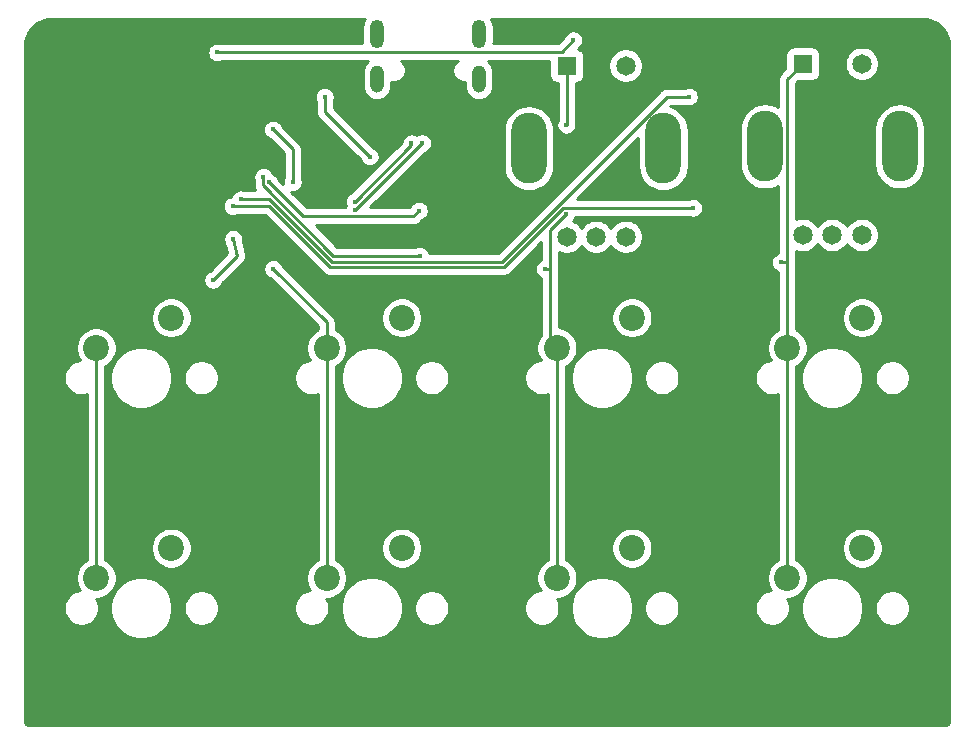
<source format=gbr>
%TF.GenerationSoftware,KiCad,Pcbnew,(5.1.9-0-10_14)*%
%TF.CreationDate,2021-03-23T22:47:06-06:00*%
%TF.ProjectId,macropad,6d616372-6f70-4616-942e-6b696361645f,rev?*%
%TF.SameCoordinates,Original*%
%TF.FileFunction,Copper,L2,Bot*%
%TF.FilePolarity,Positive*%
%FSLAX46Y46*%
G04 Gerber Fmt 4.6, Leading zero omitted, Abs format (unit mm)*
G04 Created by KiCad (PCBNEW (5.1.9-0-10_14)) date 2021-03-23 22:47:06*
%MOMM*%
%LPD*%
G01*
G04 APERTURE LIST*
%TA.AperFunction,ComponentPad*%
%ADD10C,2.200000*%
%TD*%
%TA.AperFunction,ComponentPad*%
%ADD11O,1.200000X2.400000*%
%TD*%
%TA.AperFunction,ComponentPad*%
%ADD12O,1.158000X2.316000*%
%TD*%
%TA.AperFunction,ComponentPad*%
%ADD13O,3.000000X6.000000*%
%TD*%
%TA.AperFunction,ComponentPad*%
%ADD14C,1.650000*%
%TD*%
%TA.AperFunction,ComponentPad*%
%ADD15R,1.650000X1.650000*%
%TD*%
%TA.AperFunction,ViaPad*%
%ADD16C,0.400000*%
%TD*%
%TA.AperFunction,Conductor*%
%ADD17C,0.250000*%
%TD*%
%TA.AperFunction,Conductor*%
%ADD18C,0.254000*%
%TD*%
%TA.AperFunction,Conductor*%
%ADD19C,0.100000*%
%TD*%
G04 APERTURE END LIST*
D10*
%TO.P,SW6,2*%
%TO.N,/col1*%
X145150000Y-103540000D03*
%TO.P,SW6,1*%
%TO.N,Net-(D4-Pad2)*%
X151500000Y-101000000D03*
%TD*%
D11*
%TO.P,J1,S6*%
%TO.N,GND*%
X149405000Y-57455000D03*
%TO.P,J1,S5*%
X158045000Y-57455000D03*
D12*
%TO.P,J1,S4*%
X149405000Y-61280000D03*
%TO.P,J1,S3*%
X158045000Y-61280000D03*
%TD*%
D10*
%TO.P,SW10,2*%
%TO.N,/col3*%
X184150000Y-103540000D03*
%TO.P,SW10,1*%
%TO.N,Net-(D10-Pad2)*%
X190500000Y-101000000D03*
%TD*%
%TO.P,SW9,2*%
%TO.N,/col3*%
X184150000Y-84040000D03*
%TO.P,SW9,1*%
%TO.N,Net-(D9-Pad2)*%
X190500000Y-81500000D03*
%TD*%
%TO.P,SW8,2*%
%TO.N,/col2*%
X164650000Y-103540000D03*
%TO.P,SW8,1*%
%TO.N,Net-(D7-Pad2)*%
X171000000Y-101000000D03*
%TD*%
%TO.P,SW7,2*%
%TO.N,/col2*%
X164650000Y-84040000D03*
%TO.P,SW7,1*%
%TO.N,Net-(D6-Pad2)*%
X171000000Y-81500000D03*
%TD*%
%TO.P,SW5,2*%
%TO.N,/col1*%
X145150000Y-84040000D03*
%TO.P,SW5,1*%
%TO.N,Net-(D3-Pad2)*%
X151500000Y-81500000D03*
%TD*%
%TO.P,SW3,2*%
%TO.N,/col0*%
X125650000Y-103540000D03*
%TO.P,SW3,1*%
%TO.N,Net-(D2-Pad2)*%
X132000000Y-101000000D03*
%TD*%
%TO.P,SW2,2*%
%TO.N,/col0*%
X125650000Y-84040000D03*
%TO.P,SW2,1*%
%TO.N,Net-(D1-Pad2)*%
X132000000Y-81500000D03*
%TD*%
D13*
%TO.P,MT2,S2*%
%TO.N,GND*%
X193660000Y-67000000D03*
%TO.P,MT2,S1*%
X182260000Y-67000000D03*
D14*
%TO.P,MT2,B*%
%TO.N,Net-(MT2-PadB)*%
X190460000Y-74500000D03*
%TO.P,MT2,COM*%
%TO.N,GND*%
X187960000Y-74500000D03*
%TO.P,MT2,A*%
%TO.N,Net-(MT2-PadA)*%
X185460000Y-74500000D03*
%TO.P,MT2,2*%
%TO.N,/rotary_2_s2*%
X190460000Y-60000000D03*
D15*
%TO.P,MT2,1*%
%TO.N,/col3*%
X185460000Y-60000000D03*
%TD*%
D13*
%TO.P,MT1,S2*%
%TO.N,GND*%
X173660000Y-67150000D03*
%TO.P,MT1,S1*%
X162260000Y-67150000D03*
D14*
%TO.P,MT1,B*%
%TO.N,Net-(MT1-PadB)*%
X170460000Y-74650000D03*
%TO.P,MT1,COM*%
%TO.N,GND*%
X167960000Y-74650000D03*
%TO.P,MT1,A*%
%TO.N,Net-(MT1-PadA)*%
X165460000Y-74650000D03*
%TO.P,MT1,2*%
%TO.N,/rotary_1_s2*%
X170460000Y-60150000D03*
D15*
%TO.P,MT1,1*%
%TO.N,/col2*%
X165460000Y-60150000D03*
%TD*%
D16*
%TO.N,Net-(C2-Pad1)*%
X140605000Y-65565000D03*
X142285000Y-70025000D03*
%TO.N,/5V*%
X177125000Y-67525000D03*
X160376235Y-75336243D03*
X176185000Y-59655000D03*
X141135000Y-69365000D03*
X152234998Y-60525000D03*
X155424999Y-60525000D03*
X143795000Y-70545000D03*
X137175000Y-70125000D03*
X149793200Y-74894200D03*
%TO.N,/rotary_1_a*%
X140276529Y-70033471D03*
X152965000Y-72435000D03*
%TO.N,/rotary_1_b*%
X139785000Y-69565000D03*
X153035000Y-76235000D03*
%TO.N,/rotary_2_a*%
X176185000Y-72205000D03*
X137185000Y-72055000D03*
%TO.N,/rotary_2_b*%
X137865000Y-71475000D03*
X175825000Y-62775000D03*
%TO.N,/row1*%
X135545000Y-78305000D03*
X137225000Y-74825000D03*
%TO.N,/col2*%
X163635000Y-77360029D03*
X165445000Y-65165002D03*
X165415002Y-72735000D03*
%TO.N,/d-*%
X147515000Y-71665000D03*
X152325000Y-66725000D03*
%TO.N,/d+*%
X147524904Y-72397560D03*
X153225002Y-66725000D03*
%TO.N,Net-(R12-Pad1)*%
X148802600Y-67858400D03*
X144992600Y-62803800D03*
%TO.N,/col1*%
X140625302Y-77364698D03*
%TO.N,/col3*%
X183615000Y-76815000D03*
%TO.N,/row0*%
X135874000Y-59044600D03*
X166023800Y-58003200D03*
%TD*%
D17*
%TO.N,Net-(C2-Pad1)*%
X142285000Y-67245000D02*
X142285000Y-70025000D01*
X140605000Y-65565000D02*
X142285000Y-67245000D01*
%TO.N,/rotary_1_a*%
X152477439Y-72922561D02*
X152965000Y-72435000D01*
X143165619Y-72922561D02*
X152477439Y-72922561D01*
X140276529Y-70033471D02*
X143165619Y-72922561D01*
%TO.N,/rotary_1_b*%
X153025000Y-76245000D02*
X153035000Y-76235000D01*
X139751528Y-70285472D02*
X145711056Y-76245000D01*
X145711056Y-76245000D02*
X153025000Y-76245000D01*
X139751528Y-69598472D02*
X139751528Y-70285472D01*
X139785000Y-69565000D02*
X139751528Y-69598472D01*
%TO.N,/rotary_2_a*%
X137185000Y-72055000D02*
X140248236Y-72055000D01*
X165168000Y-72205000D02*
X176185000Y-72205000D01*
X145403247Y-77210011D02*
X160162989Y-77210011D01*
X160162989Y-77210011D02*
X165168000Y-72205000D01*
X140248236Y-72055000D02*
X145403247Y-77210011D01*
%TO.N,/rotary_2_b*%
X137865000Y-71475000D02*
X140304646Y-71475000D01*
X173954047Y-62775000D02*
X175825000Y-62775000D01*
X145589647Y-76760001D02*
X159969046Y-76760001D01*
X159969046Y-76760001D02*
X173954047Y-62775000D01*
X140304646Y-71475000D02*
X145589647Y-76760001D01*
%TO.N,/row1*%
X137555000Y-76295000D02*
X135545000Y-78305000D01*
X137225000Y-74825000D02*
X137555000Y-76295000D01*
%TO.N,/col2*%
X164650000Y-103540000D02*
X164650000Y-84040000D01*
X164650000Y-84040000D02*
X164085010Y-83475010D01*
X164040049Y-77360029D02*
X164085010Y-77404990D01*
X163635000Y-77360029D02*
X164040049Y-77360029D01*
X164085010Y-83475010D02*
X164085010Y-77404990D01*
X165460000Y-60150000D02*
X165460000Y-65150002D01*
X165460000Y-65150002D02*
X165445000Y-65165002D01*
X164085010Y-77404990D02*
X164085010Y-74064992D01*
X164085010Y-74064992D02*
X165415002Y-72735000D01*
%TO.N,/d-*%
X147565000Y-71665000D02*
X147515000Y-71665000D01*
X152325000Y-66855000D02*
X152325000Y-66725000D01*
X147515000Y-71665000D02*
X152325000Y-66855000D01*
%TO.N,/d+*%
X147524904Y-72397560D02*
X147592440Y-72397560D01*
X147524904Y-72397560D02*
X153197464Y-66725000D01*
X153197464Y-66725000D02*
X153225002Y-66725000D01*
%TO.N,Net-(R12-Pad1)*%
X145018000Y-64073800D02*
X148802600Y-67858400D01*
X144992600Y-62803800D02*
X145018000Y-64073800D01*
%TO.N,/col0*%
X125650000Y-86110998D02*
X125650000Y-84040000D01*
X125650000Y-103540000D02*
X125650000Y-86110998D01*
%TO.N,/col1*%
X145150000Y-103540000D02*
X145150000Y-84040000D01*
X145150000Y-81889396D02*
X145150000Y-84040000D01*
X140625302Y-77364698D02*
X145150000Y-81889396D01*
%TO.N,/col3*%
X184150000Y-61310000D02*
X185460000Y-60000000D01*
X184150000Y-103540000D02*
X184150000Y-84040000D01*
X184150000Y-76840000D02*
X184150000Y-61310000D01*
X184150000Y-84040000D02*
X184150000Y-76840000D01*
X183615000Y-76815000D02*
X184125000Y-76815000D01*
X184125000Y-76815000D02*
X184150000Y-76840000D01*
%TO.N,/row0*%
X135938590Y-58980010D02*
X135874000Y-59044600D01*
X165046990Y-58980010D02*
X135938590Y-58980010D01*
X166023800Y-58003200D02*
X165046990Y-58980010D01*
%TD*%
D18*
%TO.N,/5V*%
X148258489Y-56380099D02*
X148187870Y-56612898D01*
X148170000Y-56794335D01*
X148170000Y-58115664D01*
X148180277Y-58220010D01*
X136008574Y-58220010D01*
X135956240Y-58209600D01*
X135791760Y-58209600D01*
X135630440Y-58241689D01*
X135478479Y-58304633D01*
X135341719Y-58396013D01*
X135225413Y-58512319D01*
X135134033Y-58649079D01*
X135071089Y-58801040D01*
X135039000Y-58962360D01*
X135039000Y-59126840D01*
X135071089Y-59288160D01*
X135134033Y-59440121D01*
X135225413Y-59576881D01*
X135341719Y-59693187D01*
X135478479Y-59784567D01*
X135630440Y-59847511D01*
X135791760Y-59879600D01*
X135956240Y-59879600D01*
X136117560Y-59847511D01*
X136269521Y-59784567D01*
X136336205Y-59740010D01*
X148662331Y-59740010D01*
X148542420Y-59838419D01*
X148390713Y-60023274D01*
X148277983Y-60234174D01*
X148208566Y-60463014D01*
X148191000Y-60641361D01*
X148191000Y-61918638D01*
X148208566Y-62096985D01*
X148277983Y-62325825D01*
X148390712Y-62536725D01*
X148542419Y-62721581D01*
X148727274Y-62873288D01*
X148938174Y-62986017D01*
X149167014Y-63055434D01*
X149405000Y-63078874D01*
X149642985Y-63055434D01*
X149871825Y-62986017D01*
X150082725Y-62873288D01*
X150267581Y-62721581D01*
X150419288Y-62536726D01*
X150532017Y-62325826D01*
X150601434Y-62096986D01*
X150619000Y-61918639D01*
X150619000Y-61555000D01*
X150883647Y-61555000D01*
X150912477Y-61552160D01*
X150914280Y-61552173D01*
X150923799Y-61551240D01*
X150953267Y-61548143D01*
X150984283Y-61545088D01*
X150985702Y-61544658D01*
X151045777Y-61532326D01*
X151106743Y-61520696D01*
X151115900Y-61517932D01*
X151174626Y-61499753D01*
X151231860Y-61475694D01*
X151289421Y-61452438D01*
X151297866Y-61447948D01*
X151351945Y-61418708D01*
X151403416Y-61383991D01*
X151455369Y-61349994D01*
X151462781Y-61343949D01*
X151510150Y-61304762D01*
X151553904Y-61260701D01*
X151598260Y-61217264D01*
X151604357Y-61209894D01*
X151643211Y-61162253D01*
X151677558Y-61110555D01*
X151712639Y-61059321D01*
X151717188Y-61050908D01*
X151746050Y-60996628D01*
X151769704Y-60939239D01*
X151794167Y-60882163D01*
X151796995Y-60873026D01*
X151814764Y-60814173D01*
X151826819Y-60753290D01*
X151839732Y-60692539D01*
X151840732Y-60683027D01*
X151846731Y-60621843D01*
X151846731Y-60591868D01*
X151849963Y-60562072D01*
X151849995Y-60552508D01*
X151849987Y-60550309D01*
X151846964Y-60520593D01*
X151847173Y-60490720D01*
X151846240Y-60481201D01*
X151839814Y-60420060D01*
X151827329Y-60359236D01*
X151815696Y-60298256D01*
X151812932Y-60289100D01*
X151794753Y-60230373D01*
X151770678Y-60173102D01*
X151747438Y-60115579D01*
X151742948Y-60107134D01*
X151713708Y-60053055D01*
X151678973Y-60001558D01*
X151644993Y-59949631D01*
X151638949Y-59942219D01*
X151599762Y-59894850D01*
X151555682Y-59851077D01*
X151512263Y-59806740D01*
X151504894Y-59800643D01*
X151457252Y-59761788D01*
X151424473Y-59740010D01*
X156234764Y-59740010D01*
X156119410Y-59817087D01*
X155987087Y-59949410D01*
X155883121Y-60105006D01*
X155811508Y-60277895D01*
X155775000Y-60461433D01*
X155775000Y-60648567D01*
X155811508Y-60832105D01*
X155883121Y-61004994D01*
X155987087Y-61160590D01*
X156119410Y-61292913D01*
X156275006Y-61396879D01*
X156447895Y-61468492D01*
X156631433Y-61505000D01*
X156818567Y-61505000D01*
X156831000Y-61502527D01*
X156831000Y-61918638D01*
X156848566Y-62096985D01*
X156917983Y-62325825D01*
X157030712Y-62536725D01*
X157182419Y-62721581D01*
X157367274Y-62873288D01*
X157578174Y-62986017D01*
X157807014Y-63055434D01*
X158045000Y-63078874D01*
X158282985Y-63055434D01*
X158511825Y-62986017D01*
X158722725Y-62873288D01*
X158907581Y-62721581D01*
X159059288Y-62536726D01*
X159172017Y-62325826D01*
X159241434Y-62096986D01*
X159259000Y-61918639D01*
X159259000Y-60641361D01*
X159241434Y-60463014D01*
X159172017Y-60234174D01*
X159059288Y-60023274D01*
X158907581Y-59838419D01*
X158787670Y-59740010D01*
X163996928Y-59740010D01*
X163996928Y-60975000D01*
X164009188Y-61099482D01*
X164045498Y-61219180D01*
X164104463Y-61329494D01*
X164183815Y-61426185D01*
X164280506Y-61505537D01*
X164390820Y-61564502D01*
X164510518Y-61600812D01*
X164635000Y-61613072D01*
X164700000Y-61613072D01*
X164700001Y-64781630D01*
X164642089Y-64921442D01*
X164610000Y-65082762D01*
X164610000Y-65247242D01*
X164642089Y-65408562D01*
X164705033Y-65560523D01*
X164796413Y-65697283D01*
X164912719Y-65813589D01*
X165049479Y-65904969D01*
X165201440Y-65967913D01*
X165362760Y-66000002D01*
X165527240Y-66000002D01*
X165688560Y-65967913D01*
X165840521Y-65904969D01*
X165977281Y-65813589D01*
X166093587Y-65697283D01*
X166184967Y-65560523D01*
X166247911Y-65408562D01*
X166280000Y-65247242D01*
X166280000Y-65082762D01*
X166247911Y-64921442D01*
X166220000Y-64854059D01*
X166220000Y-61613072D01*
X166285000Y-61613072D01*
X166409482Y-61600812D01*
X166529180Y-61564502D01*
X166639494Y-61505537D01*
X166736185Y-61426185D01*
X166815537Y-61329494D01*
X166874502Y-61219180D01*
X166910812Y-61099482D01*
X166923072Y-60975000D01*
X166923072Y-60006203D01*
X169000000Y-60006203D01*
X169000000Y-60293797D01*
X169056107Y-60575866D01*
X169166165Y-60841569D01*
X169325944Y-61080696D01*
X169529304Y-61284056D01*
X169768431Y-61443835D01*
X170034134Y-61553893D01*
X170316203Y-61610000D01*
X170603797Y-61610000D01*
X170885866Y-61553893D01*
X171151569Y-61443835D01*
X171390696Y-61284056D01*
X171594056Y-61080696D01*
X171753835Y-60841569D01*
X171863893Y-60575866D01*
X171920000Y-60293797D01*
X171920000Y-60006203D01*
X171863893Y-59724134D01*
X171753835Y-59458431D01*
X171594056Y-59219304D01*
X171390696Y-59015944D01*
X171151569Y-58856165D01*
X170885866Y-58746107D01*
X170603797Y-58690000D01*
X170316203Y-58690000D01*
X170034134Y-58746107D01*
X169768431Y-58856165D01*
X169529304Y-59015944D01*
X169325944Y-59219304D01*
X169166165Y-59458431D01*
X169056107Y-59724134D01*
X169000000Y-60006203D01*
X166923072Y-60006203D01*
X166923072Y-59325000D01*
X166910812Y-59200518D01*
X166874502Y-59080820D01*
X166815537Y-58970506D01*
X166736185Y-58873815D01*
X166639494Y-58794463D01*
X166529180Y-58735498D01*
X166461517Y-58714973D01*
X166556081Y-58651787D01*
X166672387Y-58535481D01*
X166763767Y-58398721D01*
X166826711Y-58246760D01*
X166858800Y-58085440D01*
X166858800Y-57920960D01*
X166826711Y-57759640D01*
X166763767Y-57607679D01*
X166672387Y-57470919D01*
X166556081Y-57354613D01*
X166419321Y-57263233D01*
X166267360Y-57200289D01*
X166106040Y-57168200D01*
X165941560Y-57168200D01*
X165780240Y-57200289D01*
X165628279Y-57263233D01*
X165491519Y-57354613D01*
X165375213Y-57470919D01*
X165283833Y-57607679D01*
X165240922Y-57711277D01*
X164732189Y-58220010D01*
X159269723Y-58220010D01*
X159280000Y-58115665D01*
X159280000Y-56794335D01*
X159262130Y-56612898D01*
X159191511Y-56380099D01*
X159087229Y-56185000D01*
X195492721Y-56185000D01*
X195978893Y-56232670D01*
X196415498Y-56364489D01*
X196818185Y-56578600D01*
X197171612Y-56866848D01*
X197462327Y-57218261D01*
X197679242Y-57619439D01*
X197814106Y-58055113D01*
X197865001Y-58539353D01*
X197865000Y-115592721D01*
X197855420Y-115690424D01*
X197836420Y-115753357D01*
X197805554Y-115811406D01*
X197764011Y-115862343D01*
X197713356Y-115904248D01*
X197655529Y-115935515D01*
X197592728Y-115954956D01*
X197497165Y-115965000D01*
X119957279Y-115965000D01*
X119859576Y-115955420D01*
X119796643Y-115936420D01*
X119738594Y-115905554D01*
X119687657Y-115864011D01*
X119645752Y-115813356D01*
X119614485Y-115755529D01*
X119595044Y-115692728D01*
X119585000Y-115597165D01*
X119585000Y-86433740D01*
X122895000Y-86433740D01*
X122895000Y-86726260D01*
X122952068Y-87013158D01*
X123064010Y-87283411D01*
X123226525Y-87526632D01*
X123433368Y-87733475D01*
X123676589Y-87895990D01*
X123946842Y-88007932D01*
X124233740Y-88065000D01*
X124526260Y-88065000D01*
X124813158Y-88007932D01*
X124890001Y-87976103D01*
X124890000Y-101976852D01*
X124828169Y-102002463D01*
X124544002Y-102192337D01*
X124302337Y-102434002D01*
X124112463Y-102718169D01*
X123981675Y-103033919D01*
X123915000Y-103369117D01*
X123915000Y-103710883D01*
X123981675Y-104046081D01*
X124112463Y-104361831D01*
X124268261Y-104595000D01*
X124233740Y-104595000D01*
X123946842Y-104652068D01*
X123676589Y-104764010D01*
X123433368Y-104926525D01*
X123226525Y-105133368D01*
X123064010Y-105376589D01*
X122952068Y-105646842D01*
X122895000Y-105933740D01*
X122895000Y-106226260D01*
X122952068Y-106513158D01*
X123064010Y-106783411D01*
X123226525Y-107026632D01*
X123433368Y-107233475D01*
X123676589Y-107395990D01*
X123946842Y-107507932D01*
X124233740Y-107565000D01*
X124526260Y-107565000D01*
X124813158Y-107507932D01*
X125083411Y-107395990D01*
X125326632Y-107233475D01*
X125533475Y-107026632D01*
X125695990Y-106783411D01*
X125807932Y-106513158D01*
X125865000Y-106226260D01*
X125865000Y-105933740D01*
X125842471Y-105820475D01*
X126825000Y-105820475D01*
X126825000Y-106339525D01*
X126926261Y-106848601D01*
X127124893Y-107328141D01*
X127413262Y-107759715D01*
X127780285Y-108126738D01*
X128211859Y-108415107D01*
X128691399Y-108613739D01*
X129200475Y-108715000D01*
X129719525Y-108715000D01*
X130228601Y-108613739D01*
X130708141Y-108415107D01*
X131139715Y-108126738D01*
X131506738Y-107759715D01*
X131795107Y-107328141D01*
X131993739Y-106848601D01*
X132095000Y-106339525D01*
X132095000Y-105933740D01*
X133055000Y-105933740D01*
X133055000Y-106226260D01*
X133112068Y-106513158D01*
X133224010Y-106783411D01*
X133386525Y-107026632D01*
X133593368Y-107233475D01*
X133836589Y-107395990D01*
X134106842Y-107507932D01*
X134393740Y-107565000D01*
X134686260Y-107565000D01*
X134973158Y-107507932D01*
X135243411Y-107395990D01*
X135486632Y-107233475D01*
X135693475Y-107026632D01*
X135855990Y-106783411D01*
X135967932Y-106513158D01*
X136025000Y-106226260D01*
X136025000Y-105933740D01*
X135967932Y-105646842D01*
X135855990Y-105376589D01*
X135693475Y-105133368D01*
X135486632Y-104926525D01*
X135243411Y-104764010D01*
X134973158Y-104652068D01*
X134686260Y-104595000D01*
X134393740Y-104595000D01*
X134106842Y-104652068D01*
X133836589Y-104764010D01*
X133593368Y-104926525D01*
X133386525Y-105133368D01*
X133224010Y-105376589D01*
X133112068Y-105646842D01*
X133055000Y-105933740D01*
X132095000Y-105933740D01*
X132095000Y-105820475D01*
X131993739Y-105311399D01*
X131795107Y-104831859D01*
X131506738Y-104400285D01*
X131139715Y-104033262D01*
X130708141Y-103744893D01*
X130228601Y-103546261D01*
X129719525Y-103445000D01*
X129200475Y-103445000D01*
X128691399Y-103546261D01*
X128211859Y-103744893D01*
X127780285Y-104033262D01*
X127413262Y-104400285D01*
X127124893Y-104831859D01*
X126926261Y-105311399D01*
X126825000Y-105820475D01*
X125842471Y-105820475D01*
X125807932Y-105646842D01*
X125695990Y-105376589D01*
X125628110Y-105275000D01*
X125820883Y-105275000D01*
X126156081Y-105208325D01*
X126471831Y-105077537D01*
X126755998Y-104887663D01*
X126997663Y-104645998D01*
X127187537Y-104361831D01*
X127318325Y-104046081D01*
X127385000Y-103710883D01*
X127385000Y-103369117D01*
X127318325Y-103033919D01*
X127187537Y-102718169D01*
X126997663Y-102434002D01*
X126755998Y-102192337D01*
X126471831Y-102002463D01*
X126410000Y-101976852D01*
X126410000Y-100829117D01*
X130265000Y-100829117D01*
X130265000Y-101170883D01*
X130331675Y-101506081D01*
X130462463Y-101821831D01*
X130652337Y-102105998D01*
X130894002Y-102347663D01*
X131178169Y-102537537D01*
X131493919Y-102668325D01*
X131829117Y-102735000D01*
X132170883Y-102735000D01*
X132506081Y-102668325D01*
X132821831Y-102537537D01*
X133105998Y-102347663D01*
X133347663Y-102105998D01*
X133537537Y-101821831D01*
X133668325Y-101506081D01*
X133735000Y-101170883D01*
X133735000Y-100829117D01*
X133668325Y-100493919D01*
X133537537Y-100178169D01*
X133347663Y-99894002D01*
X133105998Y-99652337D01*
X132821831Y-99462463D01*
X132506081Y-99331675D01*
X132170883Y-99265000D01*
X131829117Y-99265000D01*
X131493919Y-99331675D01*
X131178169Y-99462463D01*
X130894002Y-99652337D01*
X130652337Y-99894002D01*
X130462463Y-100178169D01*
X130331675Y-100493919D01*
X130265000Y-100829117D01*
X126410000Y-100829117D01*
X126410000Y-86320475D01*
X126825000Y-86320475D01*
X126825000Y-86839525D01*
X126926261Y-87348601D01*
X127124893Y-87828141D01*
X127413262Y-88259715D01*
X127780285Y-88626738D01*
X128211859Y-88915107D01*
X128691399Y-89113739D01*
X129200475Y-89215000D01*
X129719525Y-89215000D01*
X130228601Y-89113739D01*
X130708141Y-88915107D01*
X131139715Y-88626738D01*
X131506738Y-88259715D01*
X131795107Y-87828141D01*
X131993739Y-87348601D01*
X132095000Y-86839525D01*
X132095000Y-86433740D01*
X133055000Y-86433740D01*
X133055000Y-86726260D01*
X133112068Y-87013158D01*
X133224010Y-87283411D01*
X133386525Y-87526632D01*
X133593368Y-87733475D01*
X133836589Y-87895990D01*
X134106842Y-88007932D01*
X134393740Y-88065000D01*
X134686260Y-88065000D01*
X134973158Y-88007932D01*
X135243411Y-87895990D01*
X135486632Y-87733475D01*
X135693475Y-87526632D01*
X135855990Y-87283411D01*
X135967932Y-87013158D01*
X136025000Y-86726260D01*
X136025000Y-86433740D01*
X135967932Y-86146842D01*
X135855990Y-85876589D01*
X135693475Y-85633368D01*
X135486632Y-85426525D01*
X135243411Y-85264010D01*
X134973158Y-85152068D01*
X134686260Y-85095000D01*
X134393740Y-85095000D01*
X134106842Y-85152068D01*
X133836589Y-85264010D01*
X133593368Y-85426525D01*
X133386525Y-85633368D01*
X133224010Y-85876589D01*
X133112068Y-86146842D01*
X133055000Y-86433740D01*
X132095000Y-86433740D01*
X132095000Y-86320475D01*
X131993739Y-85811399D01*
X131795107Y-85331859D01*
X131506738Y-84900285D01*
X131139715Y-84533262D01*
X130708141Y-84244893D01*
X130228601Y-84046261D01*
X129719525Y-83945000D01*
X129200475Y-83945000D01*
X128691399Y-84046261D01*
X128211859Y-84244893D01*
X127780285Y-84533262D01*
X127413262Y-84900285D01*
X127124893Y-85331859D01*
X126926261Y-85811399D01*
X126825000Y-86320475D01*
X126410000Y-86320475D01*
X126410000Y-85603148D01*
X126471831Y-85577537D01*
X126755998Y-85387663D01*
X126997663Y-85145998D01*
X127187537Y-84861831D01*
X127318325Y-84546081D01*
X127385000Y-84210883D01*
X127385000Y-83869117D01*
X127318325Y-83533919D01*
X127187537Y-83218169D01*
X126997663Y-82934002D01*
X126755998Y-82692337D01*
X126471831Y-82502463D01*
X126156081Y-82371675D01*
X125820883Y-82305000D01*
X125479117Y-82305000D01*
X125143919Y-82371675D01*
X124828169Y-82502463D01*
X124544002Y-82692337D01*
X124302337Y-82934002D01*
X124112463Y-83218169D01*
X123981675Y-83533919D01*
X123915000Y-83869117D01*
X123915000Y-84210883D01*
X123981675Y-84546081D01*
X124112463Y-84861831D01*
X124268261Y-85095000D01*
X124233740Y-85095000D01*
X123946842Y-85152068D01*
X123676589Y-85264010D01*
X123433368Y-85426525D01*
X123226525Y-85633368D01*
X123064010Y-85876589D01*
X122952068Y-86146842D01*
X122895000Y-86433740D01*
X119585000Y-86433740D01*
X119585000Y-81329117D01*
X130265000Y-81329117D01*
X130265000Y-81670883D01*
X130331675Y-82006081D01*
X130462463Y-82321831D01*
X130652337Y-82605998D01*
X130894002Y-82847663D01*
X131178169Y-83037537D01*
X131493919Y-83168325D01*
X131829117Y-83235000D01*
X132170883Y-83235000D01*
X132506081Y-83168325D01*
X132821831Y-83037537D01*
X133105998Y-82847663D01*
X133347663Y-82605998D01*
X133537537Y-82321831D01*
X133668325Y-82006081D01*
X133735000Y-81670883D01*
X133735000Y-81329117D01*
X133668325Y-80993919D01*
X133537537Y-80678169D01*
X133347663Y-80394002D01*
X133105998Y-80152337D01*
X132821831Y-79962463D01*
X132506081Y-79831675D01*
X132170883Y-79765000D01*
X131829117Y-79765000D01*
X131493919Y-79831675D01*
X131178169Y-79962463D01*
X130894002Y-80152337D01*
X130652337Y-80394002D01*
X130462463Y-80678169D01*
X130331675Y-80993919D01*
X130265000Y-81329117D01*
X119585000Y-81329117D01*
X119585000Y-78222760D01*
X134710000Y-78222760D01*
X134710000Y-78387240D01*
X134742089Y-78548560D01*
X134805033Y-78700521D01*
X134896413Y-78837281D01*
X135012719Y-78953587D01*
X135149479Y-79044967D01*
X135301440Y-79107911D01*
X135462760Y-79140000D01*
X135627240Y-79140000D01*
X135788560Y-79107911D01*
X135940521Y-79044967D01*
X136077281Y-78953587D01*
X136193587Y-78837281D01*
X136284967Y-78700521D01*
X136327879Y-78596922D01*
X137642343Y-77282458D01*
X139790302Y-77282458D01*
X139790302Y-77446938D01*
X139822391Y-77608258D01*
X139885335Y-77760219D01*
X139976715Y-77896979D01*
X140093021Y-78013285D01*
X140229781Y-78104665D01*
X140333380Y-78147577D01*
X144390000Y-82204198D01*
X144390000Y-82476852D01*
X144328169Y-82502463D01*
X144044002Y-82692337D01*
X143802337Y-82934002D01*
X143612463Y-83218169D01*
X143481675Y-83533919D01*
X143415000Y-83869117D01*
X143415000Y-84210883D01*
X143481675Y-84546081D01*
X143612463Y-84861831D01*
X143768261Y-85095000D01*
X143733740Y-85095000D01*
X143446842Y-85152068D01*
X143176589Y-85264010D01*
X142933368Y-85426525D01*
X142726525Y-85633368D01*
X142564010Y-85876589D01*
X142452068Y-86146842D01*
X142395000Y-86433740D01*
X142395000Y-86726260D01*
X142452068Y-87013158D01*
X142564010Y-87283411D01*
X142726525Y-87526632D01*
X142933368Y-87733475D01*
X143176589Y-87895990D01*
X143446842Y-88007932D01*
X143733740Y-88065000D01*
X144026260Y-88065000D01*
X144313158Y-88007932D01*
X144390001Y-87976103D01*
X144390000Y-101976852D01*
X144328169Y-102002463D01*
X144044002Y-102192337D01*
X143802337Y-102434002D01*
X143612463Y-102718169D01*
X143481675Y-103033919D01*
X143415000Y-103369117D01*
X143415000Y-103710883D01*
X143481675Y-104046081D01*
X143612463Y-104361831D01*
X143768261Y-104595000D01*
X143733740Y-104595000D01*
X143446842Y-104652068D01*
X143176589Y-104764010D01*
X142933368Y-104926525D01*
X142726525Y-105133368D01*
X142564010Y-105376589D01*
X142452068Y-105646842D01*
X142395000Y-105933740D01*
X142395000Y-106226260D01*
X142452068Y-106513158D01*
X142564010Y-106783411D01*
X142726525Y-107026632D01*
X142933368Y-107233475D01*
X143176589Y-107395990D01*
X143446842Y-107507932D01*
X143733740Y-107565000D01*
X144026260Y-107565000D01*
X144313158Y-107507932D01*
X144583411Y-107395990D01*
X144826632Y-107233475D01*
X145033475Y-107026632D01*
X145195990Y-106783411D01*
X145307932Y-106513158D01*
X145365000Y-106226260D01*
X145365000Y-105933740D01*
X145342471Y-105820475D01*
X146325000Y-105820475D01*
X146325000Y-106339525D01*
X146426261Y-106848601D01*
X146624893Y-107328141D01*
X146913262Y-107759715D01*
X147280285Y-108126738D01*
X147711859Y-108415107D01*
X148191399Y-108613739D01*
X148700475Y-108715000D01*
X149219525Y-108715000D01*
X149728601Y-108613739D01*
X150208141Y-108415107D01*
X150639715Y-108126738D01*
X151006738Y-107759715D01*
X151295107Y-107328141D01*
X151493739Y-106848601D01*
X151595000Y-106339525D01*
X151595000Y-105933740D01*
X152555000Y-105933740D01*
X152555000Y-106226260D01*
X152612068Y-106513158D01*
X152724010Y-106783411D01*
X152886525Y-107026632D01*
X153093368Y-107233475D01*
X153336589Y-107395990D01*
X153606842Y-107507932D01*
X153893740Y-107565000D01*
X154186260Y-107565000D01*
X154473158Y-107507932D01*
X154743411Y-107395990D01*
X154986632Y-107233475D01*
X155193475Y-107026632D01*
X155355990Y-106783411D01*
X155467932Y-106513158D01*
X155525000Y-106226260D01*
X155525000Y-105933740D01*
X155467932Y-105646842D01*
X155355990Y-105376589D01*
X155193475Y-105133368D01*
X154986632Y-104926525D01*
X154743411Y-104764010D01*
X154473158Y-104652068D01*
X154186260Y-104595000D01*
X153893740Y-104595000D01*
X153606842Y-104652068D01*
X153336589Y-104764010D01*
X153093368Y-104926525D01*
X152886525Y-105133368D01*
X152724010Y-105376589D01*
X152612068Y-105646842D01*
X152555000Y-105933740D01*
X151595000Y-105933740D01*
X151595000Y-105820475D01*
X151493739Y-105311399D01*
X151295107Y-104831859D01*
X151006738Y-104400285D01*
X150639715Y-104033262D01*
X150208141Y-103744893D01*
X149728601Y-103546261D01*
X149219525Y-103445000D01*
X148700475Y-103445000D01*
X148191399Y-103546261D01*
X147711859Y-103744893D01*
X147280285Y-104033262D01*
X146913262Y-104400285D01*
X146624893Y-104831859D01*
X146426261Y-105311399D01*
X146325000Y-105820475D01*
X145342471Y-105820475D01*
X145307932Y-105646842D01*
X145195990Y-105376589D01*
X145128110Y-105275000D01*
X145320883Y-105275000D01*
X145656081Y-105208325D01*
X145971831Y-105077537D01*
X146255998Y-104887663D01*
X146497663Y-104645998D01*
X146687537Y-104361831D01*
X146818325Y-104046081D01*
X146885000Y-103710883D01*
X146885000Y-103369117D01*
X146818325Y-103033919D01*
X146687537Y-102718169D01*
X146497663Y-102434002D01*
X146255998Y-102192337D01*
X145971831Y-102002463D01*
X145910000Y-101976852D01*
X145910000Y-100829117D01*
X149765000Y-100829117D01*
X149765000Y-101170883D01*
X149831675Y-101506081D01*
X149962463Y-101821831D01*
X150152337Y-102105998D01*
X150394002Y-102347663D01*
X150678169Y-102537537D01*
X150993919Y-102668325D01*
X151329117Y-102735000D01*
X151670883Y-102735000D01*
X152006081Y-102668325D01*
X152321831Y-102537537D01*
X152605998Y-102347663D01*
X152847663Y-102105998D01*
X153037537Y-101821831D01*
X153168325Y-101506081D01*
X153235000Y-101170883D01*
X153235000Y-100829117D01*
X153168325Y-100493919D01*
X153037537Y-100178169D01*
X152847663Y-99894002D01*
X152605998Y-99652337D01*
X152321831Y-99462463D01*
X152006081Y-99331675D01*
X151670883Y-99265000D01*
X151329117Y-99265000D01*
X150993919Y-99331675D01*
X150678169Y-99462463D01*
X150394002Y-99652337D01*
X150152337Y-99894002D01*
X149962463Y-100178169D01*
X149831675Y-100493919D01*
X149765000Y-100829117D01*
X145910000Y-100829117D01*
X145910000Y-86320475D01*
X146325000Y-86320475D01*
X146325000Y-86839525D01*
X146426261Y-87348601D01*
X146624893Y-87828141D01*
X146913262Y-88259715D01*
X147280285Y-88626738D01*
X147711859Y-88915107D01*
X148191399Y-89113739D01*
X148700475Y-89215000D01*
X149219525Y-89215000D01*
X149728601Y-89113739D01*
X150208141Y-88915107D01*
X150639715Y-88626738D01*
X151006738Y-88259715D01*
X151295107Y-87828141D01*
X151493739Y-87348601D01*
X151595000Y-86839525D01*
X151595000Y-86433740D01*
X152555000Y-86433740D01*
X152555000Y-86726260D01*
X152612068Y-87013158D01*
X152724010Y-87283411D01*
X152886525Y-87526632D01*
X153093368Y-87733475D01*
X153336589Y-87895990D01*
X153606842Y-88007932D01*
X153893740Y-88065000D01*
X154186260Y-88065000D01*
X154473158Y-88007932D01*
X154743411Y-87895990D01*
X154986632Y-87733475D01*
X155193475Y-87526632D01*
X155355990Y-87283411D01*
X155467932Y-87013158D01*
X155525000Y-86726260D01*
X155525000Y-86433740D01*
X155467932Y-86146842D01*
X155355990Y-85876589D01*
X155193475Y-85633368D01*
X154986632Y-85426525D01*
X154743411Y-85264010D01*
X154473158Y-85152068D01*
X154186260Y-85095000D01*
X153893740Y-85095000D01*
X153606842Y-85152068D01*
X153336589Y-85264010D01*
X153093368Y-85426525D01*
X152886525Y-85633368D01*
X152724010Y-85876589D01*
X152612068Y-86146842D01*
X152555000Y-86433740D01*
X151595000Y-86433740D01*
X151595000Y-86320475D01*
X151493739Y-85811399D01*
X151295107Y-85331859D01*
X151006738Y-84900285D01*
X150639715Y-84533262D01*
X150208141Y-84244893D01*
X149728601Y-84046261D01*
X149219525Y-83945000D01*
X148700475Y-83945000D01*
X148191399Y-84046261D01*
X147711859Y-84244893D01*
X147280285Y-84533262D01*
X146913262Y-84900285D01*
X146624893Y-85331859D01*
X146426261Y-85811399D01*
X146325000Y-86320475D01*
X145910000Y-86320475D01*
X145910000Y-85603148D01*
X145971831Y-85577537D01*
X146255998Y-85387663D01*
X146497663Y-85145998D01*
X146687537Y-84861831D01*
X146818325Y-84546081D01*
X146885000Y-84210883D01*
X146885000Y-83869117D01*
X146818325Y-83533919D01*
X146687537Y-83218169D01*
X146497663Y-82934002D01*
X146255998Y-82692337D01*
X145971831Y-82502463D01*
X145910000Y-82476852D01*
X145910000Y-81926718D01*
X145913676Y-81889395D01*
X145910000Y-81852072D01*
X145910000Y-81852063D01*
X145899003Y-81740410D01*
X145855546Y-81597149D01*
X145784974Y-81465120D01*
X145690001Y-81349395D01*
X145665292Y-81329117D01*
X149765000Y-81329117D01*
X149765000Y-81670883D01*
X149831675Y-82006081D01*
X149962463Y-82321831D01*
X150152337Y-82605998D01*
X150394002Y-82847663D01*
X150678169Y-83037537D01*
X150993919Y-83168325D01*
X151329117Y-83235000D01*
X151670883Y-83235000D01*
X152006081Y-83168325D01*
X152321831Y-83037537D01*
X152605998Y-82847663D01*
X152847663Y-82605998D01*
X153037537Y-82321831D01*
X153168325Y-82006081D01*
X153235000Y-81670883D01*
X153235000Y-81329117D01*
X153168325Y-80993919D01*
X153037537Y-80678169D01*
X152847663Y-80394002D01*
X152605998Y-80152337D01*
X152321831Y-79962463D01*
X152006081Y-79831675D01*
X151670883Y-79765000D01*
X151329117Y-79765000D01*
X150993919Y-79831675D01*
X150678169Y-79962463D01*
X150394002Y-80152337D01*
X150152337Y-80394002D01*
X149962463Y-80678169D01*
X149831675Y-80993919D01*
X149765000Y-81329117D01*
X145665292Y-81329117D01*
X145661004Y-81325598D01*
X141408181Y-77072776D01*
X141365269Y-76969177D01*
X141273889Y-76832417D01*
X141157583Y-76716111D01*
X141020823Y-76624731D01*
X140868862Y-76561787D01*
X140707542Y-76529698D01*
X140543062Y-76529698D01*
X140381742Y-76561787D01*
X140229781Y-76624731D01*
X140093021Y-76716111D01*
X139976715Y-76832417D01*
X139885335Y-76969177D01*
X139822391Y-77121138D01*
X139790302Y-77282458D01*
X137642343Y-77282458D01*
X138072595Y-76852207D01*
X138108056Y-76821622D01*
X138148381Y-76769957D01*
X138189973Y-76719277D01*
X138194396Y-76711002D01*
X138200168Y-76703607D01*
X138229631Y-76645084D01*
X138260546Y-76587247D01*
X138263271Y-76578263D01*
X138267487Y-76569889D01*
X138284976Y-76506710D01*
X138304002Y-76443987D01*
X138304921Y-76434658D01*
X138307426Y-76425608D01*
X138312256Y-76360187D01*
X138318676Y-76295001D01*
X138317757Y-76285669D01*
X138318448Y-76276308D01*
X138310424Y-76211222D01*
X138304002Y-76146015D01*
X138290409Y-76101202D01*
X138042324Y-74996101D01*
X138060000Y-74907240D01*
X138060000Y-74742760D01*
X138027911Y-74581440D01*
X137964967Y-74429479D01*
X137873587Y-74292719D01*
X137757281Y-74176413D01*
X137620521Y-74085033D01*
X137468560Y-74022089D01*
X137307240Y-73990000D01*
X137142760Y-73990000D01*
X136981440Y-74022089D01*
X136829479Y-74085033D01*
X136692719Y-74176413D01*
X136576413Y-74292719D01*
X136485033Y-74429479D01*
X136422089Y-74581440D01*
X136390000Y-74742760D01*
X136390000Y-74907240D01*
X136422089Y-75068560D01*
X136485033Y-75220521D01*
X136560095Y-75332860D01*
X136721840Y-76053358D01*
X135253078Y-77522121D01*
X135149479Y-77565033D01*
X135012719Y-77656413D01*
X134896413Y-77772719D01*
X134805033Y-77909479D01*
X134742089Y-78061440D01*
X134710000Y-78222760D01*
X119585000Y-78222760D01*
X119585000Y-71972760D01*
X136350000Y-71972760D01*
X136350000Y-72137240D01*
X136382089Y-72298560D01*
X136445033Y-72450521D01*
X136536413Y-72587281D01*
X136652719Y-72703587D01*
X136789479Y-72794967D01*
X136941440Y-72857911D01*
X137102760Y-72890000D01*
X137267240Y-72890000D01*
X137428560Y-72857911D01*
X137532157Y-72815000D01*
X139933435Y-72815000D01*
X144839452Y-77721019D01*
X144863246Y-77750012D01*
X144892239Y-77773806D01*
X144892243Y-77773810D01*
X144959816Y-77829265D01*
X144978971Y-77844985D01*
X145111000Y-77915557D01*
X145254261Y-77959014D01*
X145365914Y-77970011D01*
X145365923Y-77970011D01*
X145403246Y-77973687D01*
X145440569Y-77970011D01*
X160125667Y-77970011D01*
X160162989Y-77973687D01*
X160200311Y-77970011D01*
X160200322Y-77970011D01*
X160311975Y-77959014D01*
X160455236Y-77915557D01*
X160587265Y-77844985D01*
X160702990Y-77750012D01*
X160726793Y-77721008D01*
X163325011Y-75122791D01*
X163325010Y-76584634D01*
X163239479Y-76620062D01*
X163102719Y-76711442D01*
X162986413Y-76827748D01*
X162895033Y-76964508D01*
X162832089Y-77116469D01*
X162800000Y-77277789D01*
X162800000Y-77442269D01*
X162832089Y-77603589D01*
X162895033Y-77755550D01*
X162986413Y-77892310D01*
X163102719Y-78008616D01*
X163239479Y-78099996D01*
X163325011Y-78135424D01*
X163325010Y-82911329D01*
X163302337Y-82934002D01*
X163112463Y-83218169D01*
X162981675Y-83533919D01*
X162915000Y-83869117D01*
X162915000Y-84210883D01*
X162981675Y-84546081D01*
X163112463Y-84861831D01*
X163268261Y-85095000D01*
X163233740Y-85095000D01*
X162946842Y-85152068D01*
X162676589Y-85264010D01*
X162433368Y-85426525D01*
X162226525Y-85633368D01*
X162064010Y-85876589D01*
X161952068Y-86146842D01*
X161895000Y-86433740D01*
X161895000Y-86726260D01*
X161952068Y-87013158D01*
X162064010Y-87283411D01*
X162226525Y-87526632D01*
X162433368Y-87733475D01*
X162676589Y-87895990D01*
X162946842Y-88007932D01*
X163233740Y-88065000D01*
X163526260Y-88065000D01*
X163813158Y-88007932D01*
X163890001Y-87976103D01*
X163890000Y-101976852D01*
X163828169Y-102002463D01*
X163544002Y-102192337D01*
X163302337Y-102434002D01*
X163112463Y-102718169D01*
X162981675Y-103033919D01*
X162915000Y-103369117D01*
X162915000Y-103710883D01*
X162981675Y-104046081D01*
X163112463Y-104361831D01*
X163268261Y-104595000D01*
X163233740Y-104595000D01*
X162946842Y-104652068D01*
X162676589Y-104764010D01*
X162433368Y-104926525D01*
X162226525Y-105133368D01*
X162064010Y-105376589D01*
X161952068Y-105646842D01*
X161895000Y-105933740D01*
X161895000Y-106226260D01*
X161952068Y-106513158D01*
X162064010Y-106783411D01*
X162226525Y-107026632D01*
X162433368Y-107233475D01*
X162676589Y-107395990D01*
X162946842Y-107507932D01*
X163233740Y-107565000D01*
X163526260Y-107565000D01*
X163813158Y-107507932D01*
X164083411Y-107395990D01*
X164326632Y-107233475D01*
X164533475Y-107026632D01*
X164695990Y-106783411D01*
X164807932Y-106513158D01*
X164865000Y-106226260D01*
X164865000Y-105933740D01*
X164842471Y-105820475D01*
X165825000Y-105820475D01*
X165825000Y-106339525D01*
X165926261Y-106848601D01*
X166124893Y-107328141D01*
X166413262Y-107759715D01*
X166780285Y-108126738D01*
X167211859Y-108415107D01*
X167691399Y-108613739D01*
X168200475Y-108715000D01*
X168719525Y-108715000D01*
X169228601Y-108613739D01*
X169708141Y-108415107D01*
X170139715Y-108126738D01*
X170506738Y-107759715D01*
X170795107Y-107328141D01*
X170993739Y-106848601D01*
X171095000Y-106339525D01*
X171095000Y-105933740D01*
X172055000Y-105933740D01*
X172055000Y-106226260D01*
X172112068Y-106513158D01*
X172224010Y-106783411D01*
X172386525Y-107026632D01*
X172593368Y-107233475D01*
X172836589Y-107395990D01*
X173106842Y-107507932D01*
X173393740Y-107565000D01*
X173686260Y-107565000D01*
X173973158Y-107507932D01*
X174243411Y-107395990D01*
X174486632Y-107233475D01*
X174693475Y-107026632D01*
X174855990Y-106783411D01*
X174967932Y-106513158D01*
X175025000Y-106226260D01*
X175025000Y-105933740D01*
X174967932Y-105646842D01*
X174855990Y-105376589D01*
X174693475Y-105133368D01*
X174486632Y-104926525D01*
X174243411Y-104764010D01*
X173973158Y-104652068D01*
X173686260Y-104595000D01*
X173393740Y-104595000D01*
X173106842Y-104652068D01*
X172836589Y-104764010D01*
X172593368Y-104926525D01*
X172386525Y-105133368D01*
X172224010Y-105376589D01*
X172112068Y-105646842D01*
X172055000Y-105933740D01*
X171095000Y-105933740D01*
X171095000Y-105820475D01*
X170993739Y-105311399D01*
X170795107Y-104831859D01*
X170506738Y-104400285D01*
X170139715Y-104033262D01*
X169708141Y-103744893D01*
X169228601Y-103546261D01*
X168719525Y-103445000D01*
X168200475Y-103445000D01*
X167691399Y-103546261D01*
X167211859Y-103744893D01*
X166780285Y-104033262D01*
X166413262Y-104400285D01*
X166124893Y-104831859D01*
X165926261Y-105311399D01*
X165825000Y-105820475D01*
X164842471Y-105820475D01*
X164807932Y-105646842D01*
X164695990Y-105376589D01*
X164628110Y-105275000D01*
X164820883Y-105275000D01*
X165156081Y-105208325D01*
X165471831Y-105077537D01*
X165755998Y-104887663D01*
X165997663Y-104645998D01*
X166187537Y-104361831D01*
X166318325Y-104046081D01*
X166385000Y-103710883D01*
X166385000Y-103369117D01*
X166318325Y-103033919D01*
X166187537Y-102718169D01*
X165997663Y-102434002D01*
X165755998Y-102192337D01*
X165471831Y-102002463D01*
X165410000Y-101976852D01*
X165410000Y-100829117D01*
X169265000Y-100829117D01*
X169265000Y-101170883D01*
X169331675Y-101506081D01*
X169462463Y-101821831D01*
X169652337Y-102105998D01*
X169894002Y-102347663D01*
X170178169Y-102537537D01*
X170493919Y-102668325D01*
X170829117Y-102735000D01*
X171170883Y-102735000D01*
X171506081Y-102668325D01*
X171821831Y-102537537D01*
X172105998Y-102347663D01*
X172347663Y-102105998D01*
X172537537Y-101821831D01*
X172668325Y-101506081D01*
X172735000Y-101170883D01*
X172735000Y-100829117D01*
X172668325Y-100493919D01*
X172537537Y-100178169D01*
X172347663Y-99894002D01*
X172105998Y-99652337D01*
X171821831Y-99462463D01*
X171506081Y-99331675D01*
X171170883Y-99265000D01*
X170829117Y-99265000D01*
X170493919Y-99331675D01*
X170178169Y-99462463D01*
X169894002Y-99652337D01*
X169652337Y-99894002D01*
X169462463Y-100178169D01*
X169331675Y-100493919D01*
X169265000Y-100829117D01*
X165410000Y-100829117D01*
X165410000Y-86320475D01*
X165825000Y-86320475D01*
X165825000Y-86839525D01*
X165926261Y-87348601D01*
X166124893Y-87828141D01*
X166413262Y-88259715D01*
X166780285Y-88626738D01*
X167211859Y-88915107D01*
X167691399Y-89113739D01*
X168200475Y-89215000D01*
X168719525Y-89215000D01*
X169228601Y-89113739D01*
X169708141Y-88915107D01*
X170139715Y-88626738D01*
X170506738Y-88259715D01*
X170795107Y-87828141D01*
X170993739Y-87348601D01*
X171095000Y-86839525D01*
X171095000Y-86433740D01*
X172055000Y-86433740D01*
X172055000Y-86726260D01*
X172112068Y-87013158D01*
X172224010Y-87283411D01*
X172386525Y-87526632D01*
X172593368Y-87733475D01*
X172836589Y-87895990D01*
X173106842Y-88007932D01*
X173393740Y-88065000D01*
X173686260Y-88065000D01*
X173973158Y-88007932D01*
X174243411Y-87895990D01*
X174486632Y-87733475D01*
X174693475Y-87526632D01*
X174855990Y-87283411D01*
X174967932Y-87013158D01*
X175025000Y-86726260D01*
X175025000Y-86433740D01*
X174967932Y-86146842D01*
X174855990Y-85876589D01*
X174693475Y-85633368D01*
X174486632Y-85426525D01*
X174243411Y-85264010D01*
X173973158Y-85152068D01*
X173686260Y-85095000D01*
X173393740Y-85095000D01*
X173106842Y-85152068D01*
X172836589Y-85264010D01*
X172593368Y-85426525D01*
X172386525Y-85633368D01*
X172224010Y-85876589D01*
X172112068Y-86146842D01*
X172055000Y-86433740D01*
X171095000Y-86433740D01*
X171095000Y-86320475D01*
X170993739Y-85811399D01*
X170795107Y-85331859D01*
X170506738Y-84900285D01*
X170139715Y-84533262D01*
X169708141Y-84244893D01*
X169228601Y-84046261D01*
X168719525Y-83945000D01*
X168200475Y-83945000D01*
X167691399Y-84046261D01*
X167211859Y-84244893D01*
X166780285Y-84533262D01*
X166413262Y-84900285D01*
X166124893Y-85331859D01*
X165926261Y-85811399D01*
X165825000Y-86320475D01*
X165410000Y-86320475D01*
X165410000Y-85603148D01*
X165471831Y-85577537D01*
X165755998Y-85387663D01*
X165997663Y-85145998D01*
X166187537Y-84861831D01*
X166318325Y-84546081D01*
X166385000Y-84210883D01*
X166385000Y-83869117D01*
X166318325Y-83533919D01*
X166187537Y-83218169D01*
X165997663Y-82934002D01*
X165755998Y-82692337D01*
X165471831Y-82502463D01*
X165156081Y-82371675D01*
X164845010Y-82309799D01*
X164845010Y-81329117D01*
X169265000Y-81329117D01*
X169265000Y-81670883D01*
X169331675Y-82006081D01*
X169462463Y-82321831D01*
X169652337Y-82605998D01*
X169894002Y-82847663D01*
X170178169Y-83037537D01*
X170493919Y-83168325D01*
X170829117Y-83235000D01*
X171170883Y-83235000D01*
X171506081Y-83168325D01*
X171821831Y-83037537D01*
X172105998Y-82847663D01*
X172347663Y-82605998D01*
X172537537Y-82321831D01*
X172668325Y-82006081D01*
X172735000Y-81670883D01*
X172735000Y-81329117D01*
X172668325Y-80993919D01*
X172537537Y-80678169D01*
X172347663Y-80394002D01*
X172105998Y-80152337D01*
X171821831Y-79962463D01*
X171506081Y-79831675D01*
X171170883Y-79765000D01*
X170829117Y-79765000D01*
X170493919Y-79831675D01*
X170178169Y-79962463D01*
X169894002Y-80152337D01*
X169652337Y-80394002D01*
X169462463Y-80678169D01*
X169331675Y-80993919D01*
X169265000Y-81329117D01*
X164845010Y-81329117D01*
X164845010Y-77442312D01*
X164848686Y-77404989D01*
X164845010Y-77367667D01*
X164845010Y-75975555D01*
X165034134Y-76053893D01*
X165316203Y-76110000D01*
X165603797Y-76110000D01*
X165885866Y-76053893D01*
X166151569Y-75943835D01*
X166390696Y-75784056D01*
X166594056Y-75580696D01*
X166710000Y-75407173D01*
X166825944Y-75580696D01*
X167029304Y-75784056D01*
X167268431Y-75943835D01*
X167534134Y-76053893D01*
X167816203Y-76110000D01*
X168103797Y-76110000D01*
X168385866Y-76053893D01*
X168651569Y-75943835D01*
X168890696Y-75784056D01*
X169094056Y-75580696D01*
X169210000Y-75407173D01*
X169325944Y-75580696D01*
X169529304Y-75784056D01*
X169768431Y-75943835D01*
X170034134Y-76053893D01*
X170316203Y-76110000D01*
X170603797Y-76110000D01*
X170885866Y-76053893D01*
X171151569Y-75943835D01*
X171390696Y-75784056D01*
X171594056Y-75580696D01*
X171753835Y-75341569D01*
X171863893Y-75075866D01*
X171920000Y-74793797D01*
X171920000Y-74506203D01*
X171863893Y-74224134D01*
X171753835Y-73958431D01*
X171594056Y-73719304D01*
X171390696Y-73515944D01*
X171151569Y-73356165D01*
X170885866Y-73246107D01*
X170603797Y-73190000D01*
X170316203Y-73190000D01*
X170034134Y-73246107D01*
X169768431Y-73356165D01*
X169529304Y-73515944D01*
X169325944Y-73719304D01*
X169210000Y-73892827D01*
X169094056Y-73719304D01*
X168890696Y-73515944D01*
X168651569Y-73356165D01*
X168385866Y-73246107D01*
X168103797Y-73190000D01*
X167816203Y-73190000D01*
X167534134Y-73246107D01*
X167268431Y-73356165D01*
X167029304Y-73515944D01*
X166825944Y-73719304D01*
X166710000Y-73892827D01*
X166594056Y-73719304D01*
X166390696Y-73515944D01*
X166151569Y-73356165D01*
X166026507Y-73304363D01*
X166063589Y-73267281D01*
X166154969Y-73130521D01*
X166217913Y-72978560D01*
X166220610Y-72965000D01*
X175837843Y-72965000D01*
X175941440Y-73007911D01*
X176102760Y-73040000D01*
X176267240Y-73040000D01*
X176428560Y-73007911D01*
X176580521Y-72944967D01*
X176717281Y-72853587D01*
X176833587Y-72737281D01*
X176924967Y-72600521D01*
X176987911Y-72448560D01*
X177020000Y-72287240D01*
X177020000Y-72122760D01*
X176987911Y-71961440D01*
X176924967Y-71809479D01*
X176833587Y-71672719D01*
X176717281Y-71556413D01*
X176580521Y-71465033D01*
X176428560Y-71402089D01*
X176267240Y-71370000D01*
X176102760Y-71370000D01*
X175941440Y-71402089D01*
X175837843Y-71445000D01*
X166358848Y-71445000D01*
X171525000Y-66278849D01*
X171525000Y-68754882D01*
X171555892Y-69068533D01*
X171677975Y-69470982D01*
X171876224Y-69841881D01*
X172143024Y-70166977D01*
X172468120Y-70433777D01*
X172839019Y-70632026D01*
X173241468Y-70754108D01*
X173660000Y-70795330D01*
X174078533Y-70754108D01*
X174480982Y-70632026D01*
X174851881Y-70433777D01*
X175176977Y-70166977D01*
X175443777Y-69841881D01*
X175642026Y-69470982D01*
X175764108Y-69068533D01*
X175795000Y-68754882D01*
X175795000Y-65545118D01*
X175780227Y-65395119D01*
X180125000Y-65395119D01*
X180125000Y-68604882D01*
X180155892Y-68918533D01*
X180277975Y-69320982D01*
X180476224Y-69691881D01*
X180743024Y-70016977D01*
X181068120Y-70283777D01*
X181439019Y-70482026D01*
X181841468Y-70604108D01*
X182260000Y-70645330D01*
X182678533Y-70604108D01*
X183080982Y-70482026D01*
X183390000Y-70316853D01*
X183390000Y-76008397D01*
X183371440Y-76012089D01*
X183219479Y-76075033D01*
X183082719Y-76166413D01*
X182966413Y-76282719D01*
X182875033Y-76419479D01*
X182812089Y-76571440D01*
X182780000Y-76732760D01*
X182780000Y-76897240D01*
X182812089Y-77058560D01*
X182875033Y-77210521D01*
X182966413Y-77347281D01*
X183082719Y-77463587D01*
X183219479Y-77554967D01*
X183371440Y-77617911D01*
X183390001Y-77621603D01*
X183390000Y-82476852D01*
X183328169Y-82502463D01*
X183044002Y-82692337D01*
X182802337Y-82934002D01*
X182612463Y-83218169D01*
X182481675Y-83533919D01*
X182415000Y-83869117D01*
X182415000Y-84210883D01*
X182481675Y-84546081D01*
X182612463Y-84861831D01*
X182768261Y-85095000D01*
X182733740Y-85095000D01*
X182446842Y-85152068D01*
X182176589Y-85264010D01*
X181933368Y-85426525D01*
X181726525Y-85633368D01*
X181564010Y-85876589D01*
X181452068Y-86146842D01*
X181395000Y-86433740D01*
X181395000Y-86726260D01*
X181452068Y-87013158D01*
X181564010Y-87283411D01*
X181726525Y-87526632D01*
X181933368Y-87733475D01*
X182176589Y-87895990D01*
X182446842Y-88007932D01*
X182733740Y-88065000D01*
X183026260Y-88065000D01*
X183313158Y-88007932D01*
X183390001Y-87976103D01*
X183390000Y-101976852D01*
X183328169Y-102002463D01*
X183044002Y-102192337D01*
X182802337Y-102434002D01*
X182612463Y-102718169D01*
X182481675Y-103033919D01*
X182415000Y-103369117D01*
X182415000Y-103710883D01*
X182481675Y-104046081D01*
X182612463Y-104361831D01*
X182768261Y-104595000D01*
X182733740Y-104595000D01*
X182446842Y-104652068D01*
X182176589Y-104764010D01*
X181933368Y-104926525D01*
X181726525Y-105133368D01*
X181564010Y-105376589D01*
X181452068Y-105646842D01*
X181395000Y-105933740D01*
X181395000Y-106226260D01*
X181452068Y-106513158D01*
X181564010Y-106783411D01*
X181726525Y-107026632D01*
X181933368Y-107233475D01*
X182176589Y-107395990D01*
X182446842Y-107507932D01*
X182733740Y-107565000D01*
X183026260Y-107565000D01*
X183313158Y-107507932D01*
X183583411Y-107395990D01*
X183826632Y-107233475D01*
X184033475Y-107026632D01*
X184195990Y-106783411D01*
X184307932Y-106513158D01*
X184365000Y-106226260D01*
X184365000Y-105933740D01*
X184342471Y-105820475D01*
X185325000Y-105820475D01*
X185325000Y-106339525D01*
X185426261Y-106848601D01*
X185624893Y-107328141D01*
X185913262Y-107759715D01*
X186280285Y-108126738D01*
X186711859Y-108415107D01*
X187191399Y-108613739D01*
X187700475Y-108715000D01*
X188219525Y-108715000D01*
X188728601Y-108613739D01*
X189208141Y-108415107D01*
X189639715Y-108126738D01*
X190006738Y-107759715D01*
X190295107Y-107328141D01*
X190493739Y-106848601D01*
X190595000Y-106339525D01*
X190595000Y-105933740D01*
X191555000Y-105933740D01*
X191555000Y-106226260D01*
X191612068Y-106513158D01*
X191724010Y-106783411D01*
X191886525Y-107026632D01*
X192093368Y-107233475D01*
X192336589Y-107395990D01*
X192606842Y-107507932D01*
X192893740Y-107565000D01*
X193186260Y-107565000D01*
X193473158Y-107507932D01*
X193743411Y-107395990D01*
X193986632Y-107233475D01*
X194193475Y-107026632D01*
X194355990Y-106783411D01*
X194467932Y-106513158D01*
X194525000Y-106226260D01*
X194525000Y-105933740D01*
X194467932Y-105646842D01*
X194355990Y-105376589D01*
X194193475Y-105133368D01*
X193986632Y-104926525D01*
X193743411Y-104764010D01*
X193473158Y-104652068D01*
X193186260Y-104595000D01*
X192893740Y-104595000D01*
X192606842Y-104652068D01*
X192336589Y-104764010D01*
X192093368Y-104926525D01*
X191886525Y-105133368D01*
X191724010Y-105376589D01*
X191612068Y-105646842D01*
X191555000Y-105933740D01*
X190595000Y-105933740D01*
X190595000Y-105820475D01*
X190493739Y-105311399D01*
X190295107Y-104831859D01*
X190006738Y-104400285D01*
X189639715Y-104033262D01*
X189208141Y-103744893D01*
X188728601Y-103546261D01*
X188219525Y-103445000D01*
X187700475Y-103445000D01*
X187191399Y-103546261D01*
X186711859Y-103744893D01*
X186280285Y-104033262D01*
X185913262Y-104400285D01*
X185624893Y-104831859D01*
X185426261Y-105311399D01*
X185325000Y-105820475D01*
X184342471Y-105820475D01*
X184307932Y-105646842D01*
X184195990Y-105376589D01*
X184128110Y-105275000D01*
X184320883Y-105275000D01*
X184656081Y-105208325D01*
X184971831Y-105077537D01*
X185255998Y-104887663D01*
X185497663Y-104645998D01*
X185687537Y-104361831D01*
X185818325Y-104046081D01*
X185885000Y-103710883D01*
X185885000Y-103369117D01*
X185818325Y-103033919D01*
X185687537Y-102718169D01*
X185497663Y-102434002D01*
X185255998Y-102192337D01*
X184971831Y-102002463D01*
X184910000Y-101976852D01*
X184910000Y-100829117D01*
X188765000Y-100829117D01*
X188765000Y-101170883D01*
X188831675Y-101506081D01*
X188962463Y-101821831D01*
X189152337Y-102105998D01*
X189394002Y-102347663D01*
X189678169Y-102537537D01*
X189993919Y-102668325D01*
X190329117Y-102735000D01*
X190670883Y-102735000D01*
X191006081Y-102668325D01*
X191321831Y-102537537D01*
X191605998Y-102347663D01*
X191847663Y-102105998D01*
X192037537Y-101821831D01*
X192168325Y-101506081D01*
X192235000Y-101170883D01*
X192235000Y-100829117D01*
X192168325Y-100493919D01*
X192037537Y-100178169D01*
X191847663Y-99894002D01*
X191605998Y-99652337D01*
X191321831Y-99462463D01*
X191006081Y-99331675D01*
X190670883Y-99265000D01*
X190329117Y-99265000D01*
X189993919Y-99331675D01*
X189678169Y-99462463D01*
X189394002Y-99652337D01*
X189152337Y-99894002D01*
X188962463Y-100178169D01*
X188831675Y-100493919D01*
X188765000Y-100829117D01*
X184910000Y-100829117D01*
X184910000Y-86320475D01*
X185325000Y-86320475D01*
X185325000Y-86839525D01*
X185426261Y-87348601D01*
X185624893Y-87828141D01*
X185913262Y-88259715D01*
X186280285Y-88626738D01*
X186711859Y-88915107D01*
X187191399Y-89113739D01*
X187700475Y-89215000D01*
X188219525Y-89215000D01*
X188728601Y-89113739D01*
X189208141Y-88915107D01*
X189639715Y-88626738D01*
X190006738Y-88259715D01*
X190295107Y-87828141D01*
X190493739Y-87348601D01*
X190595000Y-86839525D01*
X190595000Y-86433740D01*
X191555000Y-86433740D01*
X191555000Y-86726260D01*
X191612068Y-87013158D01*
X191724010Y-87283411D01*
X191886525Y-87526632D01*
X192093368Y-87733475D01*
X192336589Y-87895990D01*
X192606842Y-88007932D01*
X192893740Y-88065000D01*
X193186260Y-88065000D01*
X193473158Y-88007932D01*
X193743411Y-87895990D01*
X193986632Y-87733475D01*
X194193475Y-87526632D01*
X194355990Y-87283411D01*
X194467932Y-87013158D01*
X194525000Y-86726260D01*
X194525000Y-86433740D01*
X194467932Y-86146842D01*
X194355990Y-85876589D01*
X194193475Y-85633368D01*
X193986632Y-85426525D01*
X193743411Y-85264010D01*
X193473158Y-85152068D01*
X193186260Y-85095000D01*
X192893740Y-85095000D01*
X192606842Y-85152068D01*
X192336589Y-85264010D01*
X192093368Y-85426525D01*
X191886525Y-85633368D01*
X191724010Y-85876589D01*
X191612068Y-86146842D01*
X191555000Y-86433740D01*
X190595000Y-86433740D01*
X190595000Y-86320475D01*
X190493739Y-85811399D01*
X190295107Y-85331859D01*
X190006738Y-84900285D01*
X189639715Y-84533262D01*
X189208141Y-84244893D01*
X188728601Y-84046261D01*
X188219525Y-83945000D01*
X187700475Y-83945000D01*
X187191399Y-84046261D01*
X186711859Y-84244893D01*
X186280285Y-84533262D01*
X185913262Y-84900285D01*
X185624893Y-85331859D01*
X185426261Y-85811399D01*
X185325000Y-86320475D01*
X184910000Y-86320475D01*
X184910000Y-85603148D01*
X184971831Y-85577537D01*
X185255998Y-85387663D01*
X185497663Y-85145998D01*
X185687537Y-84861831D01*
X185818325Y-84546081D01*
X185885000Y-84210883D01*
X185885000Y-83869117D01*
X185818325Y-83533919D01*
X185687537Y-83218169D01*
X185497663Y-82934002D01*
X185255998Y-82692337D01*
X184971831Y-82502463D01*
X184910000Y-82476852D01*
X184910000Y-81329117D01*
X188765000Y-81329117D01*
X188765000Y-81670883D01*
X188831675Y-82006081D01*
X188962463Y-82321831D01*
X189152337Y-82605998D01*
X189394002Y-82847663D01*
X189678169Y-83037537D01*
X189993919Y-83168325D01*
X190329117Y-83235000D01*
X190670883Y-83235000D01*
X191006081Y-83168325D01*
X191321831Y-83037537D01*
X191605998Y-82847663D01*
X191847663Y-82605998D01*
X192037537Y-82321831D01*
X192168325Y-82006081D01*
X192235000Y-81670883D01*
X192235000Y-81329117D01*
X192168325Y-80993919D01*
X192037537Y-80678169D01*
X191847663Y-80394002D01*
X191605998Y-80152337D01*
X191321831Y-79962463D01*
X191006081Y-79831675D01*
X190670883Y-79765000D01*
X190329117Y-79765000D01*
X189993919Y-79831675D01*
X189678169Y-79962463D01*
X189394002Y-80152337D01*
X189152337Y-80394002D01*
X188962463Y-80678169D01*
X188831675Y-80993919D01*
X188765000Y-81329117D01*
X184910000Y-81329117D01*
X184910000Y-76877322D01*
X184913676Y-76839999D01*
X184910000Y-76802677D01*
X184910000Y-75852475D01*
X185034134Y-75903893D01*
X185316203Y-75960000D01*
X185603797Y-75960000D01*
X185885866Y-75903893D01*
X186151569Y-75793835D01*
X186390696Y-75634056D01*
X186594056Y-75430696D01*
X186710000Y-75257173D01*
X186825944Y-75430696D01*
X187029304Y-75634056D01*
X187268431Y-75793835D01*
X187534134Y-75903893D01*
X187816203Y-75960000D01*
X188103797Y-75960000D01*
X188385866Y-75903893D01*
X188651569Y-75793835D01*
X188890696Y-75634056D01*
X189094056Y-75430696D01*
X189210000Y-75257173D01*
X189325944Y-75430696D01*
X189529304Y-75634056D01*
X189768431Y-75793835D01*
X190034134Y-75903893D01*
X190316203Y-75960000D01*
X190603797Y-75960000D01*
X190885866Y-75903893D01*
X191151569Y-75793835D01*
X191390696Y-75634056D01*
X191594056Y-75430696D01*
X191753835Y-75191569D01*
X191863893Y-74925866D01*
X191920000Y-74643797D01*
X191920000Y-74356203D01*
X191863893Y-74074134D01*
X191753835Y-73808431D01*
X191594056Y-73569304D01*
X191390696Y-73365944D01*
X191151569Y-73206165D01*
X190885866Y-73096107D01*
X190603797Y-73040000D01*
X190316203Y-73040000D01*
X190034134Y-73096107D01*
X189768431Y-73206165D01*
X189529304Y-73365944D01*
X189325944Y-73569304D01*
X189210000Y-73742827D01*
X189094056Y-73569304D01*
X188890696Y-73365944D01*
X188651569Y-73206165D01*
X188385866Y-73096107D01*
X188103797Y-73040000D01*
X187816203Y-73040000D01*
X187534134Y-73096107D01*
X187268431Y-73206165D01*
X187029304Y-73365944D01*
X186825944Y-73569304D01*
X186710000Y-73742827D01*
X186594056Y-73569304D01*
X186390696Y-73365944D01*
X186151569Y-73206165D01*
X185885866Y-73096107D01*
X185603797Y-73040000D01*
X185316203Y-73040000D01*
X185034134Y-73096107D01*
X184910000Y-73147525D01*
X184910000Y-65395119D01*
X191525000Y-65395119D01*
X191525000Y-68604882D01*
X191555892Y-68918533D01*
X191677975Y-69320982D01*
X191876224Y-69691881D01*
X192143024Y-70016977D01*
X192468120Y-70283777D01*
X192839019Y-70482026D01*
X193241468Y-70604108D01*
X193660000Y-70645330D01*
X194078533Y-70604108D01*
X194480982Y-70482026D01*
X194851881Y-70283777D01*
X195176977Y-70016977D01*
X195443777Y-69691881D01*
X195642026Y-69320982D01*
X195764108Y-68918533D01*
X195795000Y-68604882D01*
X195795000Y-65395118D01*
X195764108Y-65081467D01*
X195642026Y-64679018D01*
X195443777Y-64308119D01*
X195176977Y-63983023D01*
X194851881Y-63716223D01*
X194480981Y-63517974D01*
X194078532Y-63395892D01*
X193660000Y-63354670D01*
X193241467Y-63395892D01*
X192839018Y-63517974D01*
X192468119Y-63716223D01*
X192143023Y-63983023D01*
X191876223Y-64308119D01*
X191677974Y-64679019D01*
X191555892Y-65081468D01*
X191525000Y-65395119D01*
X184910000Y-65395119D01*
X184910000Y-61624801D01*
X185071729Y-61463072D01*
X186285000Y-61463072D01*
X186409482Y-61450812D01*
X186529180Y-61414502D01*
X186639494Y-61355537D01*
X186736185Y-61276185D01*
X186815537Y-61179494D01*
X186874502Y-61069180D01*
X186910812Y-60949482D01*
X186923072Y-60825000D01*
X186923072Y-59856203D01*
X189000000Y-59856203D01*
X189000000Y-60143797D01*
X189056107Y-60425866D01*
X189166165Y-60691569D01*
X189325944Y-60930696D01*
X189529304Y-61134056D01*
X189768431Y-61293835D01*
X190034134Y-61403893D01*
X190316203Y-61460000D01*
X190603797Y-61460000D01*
X190885866Y-61403893D01*
X191151569Y-61293835D01*
X191390696Y-61134056D01*
X191594056Y-60930696D01*
X191753835Y-60691569D01*
X191863893Y-60425866D01*
X191920000Y-60143797D01*
X191920000Y-59856203D01*
X191863893Y-59574134D01*
X191753835Y-59308431D01*
X191594056Y-59069304D01*
X191390696Y-58865944D01*
X191151569Y-58706165D01*
X190885866Y-58596107D01*
X190603797Y-58540000D01*
X190316203Y-58540000D01*
X190034134Y-58596107D01*
X189768431Y-58706165D01*
X189529304Y-58865944D01*
X189325944Y-59069304D01*
X189166165Y-59308431D01*
X189056107Y-59574134D01*
X189000000Y-59856203D01*
X186923072Y-59856203D01*
X186923072Y-59175000D01*
X186910812Y-59050518D01*
X186874502Y-58930820D01*
X186815537Y-58820506D01*
X186736185Y-58723815D01*
X186639494Y-58644463D01*
X186529180Y-58585498D01*
X186409482Y-58549188D01*
X186285000Y-58536928D01*
X184635000Y-58536928D01*
X184510518Y-58549188D01*
X184390820Y-58585498D01*
X184280506Y-58644463D01*
X184183815Y-58723815D01*
X184104463Y-58820506D01*
X184045498Y-58930820D01*
X184009188Y-59050518D01*
X183996928Y-59175000D01*
X183996928Y-60388271D01*
X183638998Y-60746201D01*
X183610000Y-60769999D01*
X183586202Y-60798997D01*
X183586201Y-60798998D01*
X183515026Y-60885724D01*
X183444454Y-61017754D01*
X183422743Y-61089328D01*
X183400998Y-61161014D01*
X183391054Y-61261980D01*
X183386324Y-61310000D01*
X183390001Y-61347333D01*
X183390001Y-63683148D01*
X183080981Y-63517974D01*
X182678532Y-63395892D01*
X182260000Y-63354670D01*
X181841467Y-63395892D01*
X181439018Y-63517974D01*
X181068119Y-63716223D01*
X180743023Y-63983023D01*
X180476223Y-64308119D01*
X180277974Y-64679019D01*
X180155892Y-65081468D01*
X180125000Y-65395119D01*
X175780227Y-65395119D01*
X175764108Y-65231467D01*
X175642026Y-64829018D01*
X175443777Y-64458119D01*
X175176977Y-64133023D01*
X174851881Y-63866223D01*
X174480981Y-63667974D01*
X174216197Y-63587652D01*
X174268849Y-63535000D01*
X175477843Y-63535000D01*
X175581440Y-63577911D01*
X175742760Y-63610000D01*
X175907240Y-63610000D01*
X176068560Y-63577911D01*
X176220521Y-63514967D01*
X176357281Y-63423587D01*
X176473587Y-63307281D01*
X176564967Y-63170521D01*
X176627911Y-63018560D01*
X176660000Y-62857240D01*
X176660000Y-62692760D01*
X176627911Y-62531440D01*
X176564967Y-62379479D01*
X176473587Y-62242719D01*
X176357281Y-62126413D01*
X176220521Y-62035033D01*
X176068560Y-61972089D01*
X175907240Y-61940000D01*
X175742760Y-61940000D01*
X175581440Y-61972089D01*
X175477843Y-62015000D01*
X173991369Y-62015000D01*
X173954046Y-62011324D01*
X173916723Y-62015000D01*
X173916714Y-62015000D01*
X173805061Y-62025997D01*
X173661800Y-62069454D01*
X173529770Y-62140026D01*
X173446130Y-62208668D01*
X173414046Y-62234999D01*
X173390248Y-62263997D01*
X159654245Y-76000001D01*
X153839614Y-76000001D01*
X153837911Y-75991440D01*
X153774967Y-75839479D01*
X153683587Y-75702719D01*
X153567281Y-75586413D01*
X153430521Y-75495033D01*
X153278560Y-75432089D01*
X153117240Y-75400000D01*
X152952760Y-75400000D01*
X152791440Y-75432089D01*
X152663701Y-75485000D01*
X146025858Y-75485000D01*
X144223419Y-73682561D01*
X152440117Y-73682561D01*
X152477439Y-73686237D01*
X152514761Y-73682561D01*
X152514772Y-73682561D01*
X152626425Y-73671564D01*
X152769686Y-73628107D01*
X152901715Y-73557535D01*
X153017440Y-73462562D01*
X153041242Y-73433559D01*
X153256923Y-73217878D01*
X153360521Y-73174967D01*
X153497281Y-73083587D01*
X153613587Y-72967281D01*
X153704967Y-72830521D01*
X153767911Y-72678560D01*
X153800000Y-72517240D01*
X153800000Y-72352760D01*
X153767911Y-72191440D01*
X153704967Y-72039479D01*
X153613587Y-71902719D01*
X153497281Y-71786413D01*
X153360521Y-71695033D01*
X153208560Y-71632089D01*
X153047240Y-71600000D01*
X152882760Y-71600000D01*
X152721440Y-71632089D01*
X152569479Y-71695033D01*
X152432719Y-71786413D01*
X152316413Y-71902719D01*
X152225033Y-72039479D01*
X152182122Y-72143077D01*
X152162638Y-72162561D01*
X148834704Y-72162561D01*
X153469916Y-67527350D01*
X153620523Y-67464967D01*
X153757283Y-67373587D01*
X153873589Y-67257281D01*
X153964969Y-67120521D01*
X154027913Y-66968560D01*
X154060002Y-66807240D01*
X154060002Y-66642760D01*
X154027913Y-66481440D01*
X153964969Y-66329479D01*
X153873589Y-66192719D01*
X153757283Y-66076413D01*
X153620523Y-65985033D01*
X153468562Y-65922089D01*
X153307242Y-65890000D01*
X153142762Y-65890000D01*
X152981442Y-65922089D01*
X152829481Y-65985033D01*
X152775001Y-66021435D01*
X152720521Y-65985033D01*
X152568560Y-65922089D01*
X152407240Y-65890000D01*
X152242760Y-65890000D01*
X152081440Y-65922089D01*
X151929479Y-65985033D01*
X151792719Y-66076413D01*
X151676413Y-66192719D01*
X151585033Y-66329479D01*
X151522089Y-66481440D01*
X151496844Y-66608354D01*
X147223078Y-70882121D01*
X147119479Y-70925033D01*
X146982719Y-71016413D01*
X146866413Y-71132719D01*
X146775033Y-71269479D01*
X146712089Y-71421440D01*
X146680000Y-71582760D01*
X146680000Y-71747240D01*
X146712089Y-71908560D01*
X146767873Y-72043235D01*
X146721993Y-72154000D01*
X146720290Y-72162561D01*
X143480421Y-72162561D01*
X142171676Y-70853817D01*
X142202760Y-70860000D01*
X142367240Y-70860000D01*
X142528560Y-70827911D01*
X142680521Y-70764967D01*
X142817281Y-70673587D01*
X142933587Y-70557281D01*
X143024967Y-70420521D01*
X143087911Y-70268560D01*
X143120000Y-70107240D01*
X143120000Y-69942760D01*
X143087911Y-69781440D01*
X143045000Y-69677843D01*
X143045000Y-67282325D01*
X143048676Y-67245000D01*
X143045000Y-67207675D01*
X143045000Y-67207667D01*
X143034003Y-67096014D01*
X142990546Y-66952753D01*
X142919974Y-66820724D01*
X142825001Y-66704999D01*
X142796004Y-66681202D01*
X141387879Y-65273078D01*
X141344967Y-65169479D01*
X141253587Y-65032719D01*
X141137281Y-64916413D01*
X141000521Y-64825033D01*
X140848560Y-64762089D01*
X140687240Y-64730000D01*
X140522760Y-64730000D01*
X140361440Y-64762089D01*
X140209479Y-64825033D01*
X140072719Y-64916413D01*
X139956413Y-65032719D01*
X139865033Y-65169479D01*
X139802089Y-65321440D01*
X139770000Y-65482760D01*
X139770000Y-65647240D01*
X139802089Y-65808560D01*
X139865033Y-65960521D01*
X139956413Y-66097281D01*
X140072719Y-66213587D01*
X140209479Y-66304967D01*
X140313078Y-66347879D01*
X141525000Y-67559802D01*
X141525001Y-69677841D01*
X141482089Y-69781440D01*
X141450000Y-69942760D01*
X141450000Y-70107240D01*
X141456183Y-70138324D01*
X141059408Y-69741549D01*
X141016496Y-69637950D01*
X140925116Y-69501190D01*
X140808810Y-69384884D01*
X140672050Y-69293504D01*
X140556518Y-69245649D01*
X140524967Y-69169479D01*
X140433587Y-69032719D01*
X140317281Y-68916413D01*
X140180521Y-68825033D01*
X140028560Y-68762089D01*
X139867240Y-68730000D01*
X139702760Y-68730000D01*
X139541440Y-68762089D01*
X139389479Y-68825033D01*
X139252719Y-68916413D01*
X139136413Y-69032719D01*
X139045033Y-69169479D01*
X138982089Y-69321440D01*
X138950000Y-69482760D01*
X138950000Y-69647240D01*
X138982089Y-69808560D01*
X138991528Y-69831348D01*
X138991528Y-70248150D01*
X138987852Y-70285472D01*
X138991528Y-70322794D01*
X138991528Y-70322805D01*
X139002525Y-70434458D01*
X139016955Y-70482026D01*
X139045982Y-70577718D01*
X139116554Y-70709748D01*
X139120864Y-70715000D01*
X138212157Y-70715000D01*
X138108560Y-70672089D01*
X137947240Y-70640000D01*
X137782760Y-70640000D01*
X137621440Y-70672089D01*
X137469479Y-70735033D01*
X137332719Y-70826413D01*
X137216413Y-70942719D01*
X137125033Y-71079479D01*
X137063601Y-71227789D01*
X136941440Y-71252089D01*
X136789479Y-71315033D01*
X136652719Y-71406413D01*
X136536413Y-71522719D01*
X136445033Y-71659479D01*
X136382089Y-71811440D01*
X136350000Y-71972760D01*
X119585000Y-71972760D01*
X119585000Y-62721560D01*
X144157600Y-62721560D01*
X144157600Y-62886040D01*
X144189689Y-63047360D01*
X144239736Y-63168185D01*
X144257254Y-64044055D01*
X144254324Y-64073800D01*
X144258747Y-64118703D01*
X144258899Y-64126322D01*
X144262409Y-64155886D01*
X144268998Y-64222785D01*
X144271222Y-64230116D01*
X144272126Y-64237733D01*
X144292937Y-64301706D01*
X144312454Y-64366046D01*
X144316068Y-64372807D01*
X144318439Y-64380096D01*
X144351321Y-64438760D01*
X144383026Y-64498076D01*
X144387890Y-64504002D01*
X144391637Y-64510688D01*
X144435335Y-64561814D01*
X144454201Y-64584802D01*
X144459585Y-64590186D01*
X144488905Y-64624490D01*
X144512386Y-64642988D01*
X148019722Y-68150324D01*
X148062633Y-68253921D01*
X148154013Y-68390681D01*
X148270319Y-68506987D01*
X148407079Y-68598367D01*
X148559040Y-68661311D01*
X148720360Y-68693400D01*
X148884840Y-68693400D01*
X149046160Y-68661311D01*
X149198121Y-68598367D01*
X149334881Y-68506987D01*
X149451187Y-68390681D01*
X149542567Y-68253921D01*
X149605511Y-68101960D01*
X149637600Y-67940640D01*
X149637600Y-67776160D01*
X149605511Y-67614840D01*
X149542567Y-67462879D01*
X149451187Y-67326119D01*
X149334881Y-67209813D01*
X149198121Y-67118433D01*
X149094524Y-67075522D01*
X147564121Y-65545119D01*
X160125000Y-65545119D01*
X160125000Y-68754882D01*
X160155892Y-69068533D01*
X160277975Y-69470982D01*
X160476224Y-69841881D01*
X160743024Y-70166977D01*
X161068120Y-70433777D01*
X161439019Y-70632026D01*
X161841468Y-70754108D01*
X162260000Y-70795330D01*
X162678533Y-70754108D01*
X163080982Y-70632026D01*
X163451881Y-70433777D01*
X163776977Y-70166977D01*
X164043777Y-69841881D01*
X164242026Y-69470982D01*
X164364108Y-69068533D01*
X164395000Y-68754882D01*
X164395000Y-65545118D01*
X164364108Y-65231467D01*
X164242026Y-64829018D01*
X164043777Y-64458119D01*
X163776977Y-64133023D01*
X163451881Y-63866223D01*
X163080981Y-63667974D01*
X162678532Y-63545892D01*
X162260000Y-63504670D01*
X161841467Y-63545892D01*
X161439018Y-63667974D01*
X161068119Y-63866223D01*
X160743023Y-64133023D01*
X160476223Y-64458119D01*
X160277974Y-64829019D01*
X160155892Y-65231468D01*
X160125000Y-65545119D01*
X147564121Y-65545119D01*
X145771730Y-63752729D01*
X145759368Y-63134618D01*
X145795511Y-63047360D01*
X145827600Y-62886040D01*
X145827600Y-62721560D01*
X145795511Y-62560240D01*
X145732567Y-62408279D01*
X145641187Y-62271519D01*
X145524881Y-62155213D01*
X145388121Y-62063833D01*
X145236160Y-62000889D01*
X145074840Y-61968800D01*
X144910360Y-61968800D01*
X144749040Y-62000889D01*
X144597079Y-62063833D01*
X144460319Y-62155213D01*
X144344013Y-62271519D01*
X144252633Y-62408279D01*
X144189689Y-62560240D01*
X144157600Y-62721560D01*
X119585000Y-62721560D01*
X119585000Y-58557279D01*
X119632670Y-58071107D01*
X119764489Y-57634502D01*
X119978600Y-57231815D01*
X120266848Y-56878388D01*
X120618261Y-56587673D01*
X121019439Y-56370758D01*
X121455113Y-56235894D01*
X121939344Y-56185000D01*
X148362772Y-56185000D01*
X148258489Y-56380099D01*
%TA.AperFunction,Conductor*%
D19*
G36*
X148258489Y-56380099D02*
G01*
X148187870Y-56612898D01*
X148170000Y-56794335D01*
X148170000Y-58115664D01*
X148180277Y-58220010D01*
X136008574Y-58220010D01*
X135956240Y-58209600D01*
X135791760Y-58209600D01*
X135630440Y-58241689D01*
X135478479Y-58304633D01*
X135341719Y-58396013D01*
X135225413Y-58512319D01*
X135134033Y-58649079D01*
X135071089Y-58801040D01*
X135039000Y-58962360D01*
X135039000Y-59126840D01*
X135071089Y-59288160D01*
X135134033Y-59440121D01*
X135225413Y-59576881D01*
X135341719Y-59693187D01*
X135478479Y-59784567D01*
X135630440Y-59847511D01*
X135791760Y-59879600D01*
X135956240Y-59879600D01*
X136117560Y-59847511D01*
X136269521Y-59784567D01*
X136336205Y-59740010D01*
X148662331Y-59740010D01*
X148542420Y-59838419D01*
X148390713Y-60023274D01*
X148277983Y-60234174D01*
X148208566Y-60463014D01*
X148191000Y-60641361D01*
X148191000Y-61918638D01*
X148208566Y-62096985D01*
X148277983Y-62325825D01*
X148390712Y-62536725D01*
X148542419Y-62721581D01*
X148727274Y-62873288D01*
X148938174Y-62986017D01*
X149167014Y-63055434D01*
X149405000Y-63078874D01*
X149642985Y-63055434D01*
X149871825Y-62986017D01*
X150082725Y-62873288D01*
X150267581Y-62721581D01*
X150419288Y-62536726D01*
X150532017Y-62325826D01*
X150601434Y-62096986D01*
X150619000Y-61918639D01*
X150619000Y-61555000D01*
X150883647Y-61555000D01*
X150912477Y-61552160D01*
X150914280Y-61552173D01*
X150923799Y-61551240D01*
X150953267Y-61548143D01*
X150984283Y-61545088D01*
X150985702Y-61544658D01*
X151045777Y-61532326D01*
X151106743Y-61520696D01*
X151115900Y-61517932D01*
X151174626Y-61499753D01*
X151231860Y-61475694D01*
X151289421Y-61452438D01*
X151297866Y-61447948D01*
X151351945Y-61418708D01*
X151403416Y-61383991D01*
X151455369Y-61349994D01*
X151462781Y-61343949D01*
X151510150Y-61304762D01*
X151553904Y-61260701D01*
X151598260Y-61217264D01*
X151604357Y-61209894D01*
X151643211Y-61162253D01*
X151677558Y-61110555D01*
X151712639Y-61059321D01*
X151717188Y-61050908D01*
X151746050Y-60996628D01*
X151769704Y-60939239D01*
X151794167Y-60882163D01*
X151796995Y-60873026D01*
X151814764Y-60814173D01*
X151826819Y-60753290D01*
X151839732Y-60692539D01*
X151840732Y-60683027D01*
X151846731Y-60621843D01*
X151846731Y-60591868D01*
X151849963Y-60562072D01*
X151849995Y-60552508D01*
X151849987Y-60550309D01*
X151846964Y-60520593D01*
X151847173Y-60490720D01*
X151846240Y-60481201D01*
X151839814Y-60420060D01*
X151827329Y-60359236D01*
X151815696Y-60298256D01*
X151812932Y-60289100D01*
X151794753Y-60230373D01*
X151770678Y-60173102D01*
X151747438Y-60115579D01*
X151742948Y-60107134D01*
X151713708Y-60053055D01*
X151678973Y-60001558D01*
X151644993Y-59949631D01*
X151638949Y-59942219D01*
X151599762Y-59894850D01*
X151555682Y-59851077D01*
X151512263Y-59806740D01*
X151504894Y-59800643D01*
X151457252Y-59761788D01*
X151424473Y-59740010D01*
X156234764Y-59740010D01*
X156119410Y-59817087D01*
X155987087Y-59949410D01*
X155883121Y-60105006D01*
X155811508Y-60277895D01*
X155775000Y-60461433D01*
X155775000Y-60648567D01*
X155811508Y-60832105D01*
X155883121Y-61004994D01*
X155987087Y-61160590D01*
X156119410Y-61292913D01*
X156275006Y-61396879D01*
X156447895Y-61468492D01*
X156631433Y-61505000D01*
X156818567Y-61505000D01*
X156831000Y-61502527D01*
X156831000Y-61918638D01*
X156848566Y-62096985D01*
X156917983Y-62325825D01*
X157030712Y-62536725D01*
X157182419Y-62721581D01*
X157367274Y-62873288D01*
X157578174Y-62986017D01*
X157807014Y-63055434D01*
X158045000Y-63078874D01*
X158282985Y-63055434D01*
X158511825Y-62986017D01*
X158722725Y-62873288D01*
X158907581Y-62721581D01*
X159059288Y-62536726D01*
X159172017Y-62325826D01*
X159241434Y-62096986D01*
X159259000Y-61918639D01*
X159259000Y-60641361D01*
X159241434Y-60463014D01*
X159172017Y-60234174D01*
X159059288Y-60023274D01*
X158907581Y-59838419D01*
X158787670Y-59740010D01*
X163996928Y-59740010D01*
X163996928Y-60975000D01*
X164009188Y-61099482D01*
X164045498Y-61219180D01*
X164104463Y-61329494D01*
X164183815Y-61426185D01*
X164280506Y-61505537D01*
X164390820Y-61564502D01*
X164510518Y-61600812D01*
X164635000Y-61613072D01*
X164700000Y-61613072D01*
X164700001Y-64781630D01*
X164642089Y-64921442D01*
X164610000Y-65082762D01*
X164610000Y-65247242D01*
X164642089Y-65408562D01*
X164705033Y-65560523D01*
X164796413Y-65697283D01*
X164912719Y-65813589D01*
X165049479Y-65904969D01*
X165201440Y-65967913D01*
X165362760Y-66000002D01*
X165527240Y-66000002D01*
X165688560Y-65967913D01*
X165840521Y-65904969D01*
X165977281Y-65813589D01*
X166093587Y-65697283D01*
X166184967Y-65560523D01*
X166247911Y-65408562D01*
X166280000Y-65247242D01*
X166280000Y-65082762D01*
X166247911Y-64921442D01*
X166220000Y-64854059D01*
X166220000Y-61613072D01*
X166285000Y-61613072D01*
X166409482Y-61600812D01*
X166529180Y-61564502D01*
X166639494Y-61505537D01*
X166736185Y-61426185D01*
X166815537Y-61329494D01*
X166874502Y-61219180D01*
X166910812Y-61099482D01*
X166923072Y-60975000D01*
X166923072Y-60006203D01*
X169000000Y-60006203D01*
X169000000Y-60293797D01*
X169056107Y-60575866D01*
X169166165Y-60841569D01*
X169325944Y-61080696D01*
X169529304Y-61284056D01*
X169768431Y-61443835D01*
X170034134Y-61553893D01*
X170316203Y-61610000D01*
X170603797Y-61610000D01*
X170885866Y-61553893D01*
X171151569Y-61443835D01*
X171390696Y-61284056D01*
X171594056Y-61080696D01*
X171753835Y-60841569D01*
X171863893Y-60575866D01*
X171920000Y-60293797D01*
X171920000Y-60006203D01*
X171863893Y-59724134D01*
X171753835Y-59458431D01*
X171594056Y-59219304D01*
X171390696Y-59015944D01*
X171151569Y-58856165D01*
X170885866Y-58746107D01*
X170603797Y-58690000D01*
X170316203Y-58690000D01*
X170034134Y-58746107D01*
X169768431Y-58856165D01*
X169529304Y-59015944D01*
X169325944Y-59219304D01*
X169166165Y-59458431D01*
X169056107Y-59724134D01*
X169000000Y-60006203D01*
X166923072Y-60006203D01*
X166923072Y-59325000D01*
X166910812Y-59200518D01*
X166874502Y-59080820D01*
X166815537Y-58970506D01*
X166736185Y-58873815D01*
X166639494Y-58794463D01*
X166529180Y-58735498D01*
X166461517Y-58714973D01*
X166556081Y-58651787D01*
X166672387Y-58535481D01*
X166763767Y-58398721D01*
X166826711Y-58246760D01*
X166858800Y-58085440D01*
X166858800Y-57920960D01*
X166826711Y-57759640D01*
X166763767Y-57607679D01*
X166672387Y-57470919D01*
X166556081Y-57354613D01*
X166419321Y-57263233D01*
X166267360Y-57200289D01*
X166106040Y-57168200D01*
X165941560Y-57168200D01*
X165780240Y-57200289D01*
X165628279Y-57263233D01*
X165491519Y-57354613D01*
X165375213Y-57470919D01*
X165283833Y-57607679D01*
X165240922Y-57711277D01*
X164732189Y-58220010D01*
X159269723Y-58220010D01*
X159280000Y-58115665D01*
X159280000Y-56794335D01*
X159262130Y-56612898D01*
X159191511Y-56380099D01*
X159087229Y-56185000D01*
X195492721Y-56185000D01*
X195978893Y-56232670D01*
X196415498Y-56364489D01*
X196818185Y-56578600D01*
X197171612Y-56866848D01*
X197462327Y-57218261D01*
X197679242Y-57619439D01*
X197814106Y-58055113D01*
X197865001Y-58539353D01*
X197865000Y-115592721D01*
X197855420Y-115690424D01*
X197836420Y-115753357D01*
X197805554Y-115811406D01*
X197764011Y-115862343D01*
X197713356Y-115904248D01*
X197655529Y-115935515D01*
X197592728Y-115954956D01*
X197497165Y-115965000D01*
X119957279Y-115965000D01*
X119859576Y-115955420D01*
X119796643Y-115936420D01*
X119738594Y-115905554D01*
X119687657Y-115864011D01*
X119645752Y-115813356D01*
X119614485Y-115755529D01*
X119595044Y-115692728D01*
X119585000Y-115597165D01*
X119585000Y-86433740D01*
X122895000Y-86433740D01*
X122895000Y-86726260D01*
X122952068Y-87013158D01*
X123064010Y-87283411D01*
X123226525Y-87526632D01*
X123433368Y-87733475D01*
X123676589Y-87895990D01*
X123946842Y-88007932D01*
X124233740Y-88065000D01*
X124526260Y-88065000D01*
X124813158Y-88007932D01*
X124890001Y-87976103D01*
X124890000Y-101976852D01*
X124828169Y-102002463D01*
X124544002Y-102192337D01*
X124302337Y-102434002D01*
X124112463Y-102718169D01*
X123981675Y-103033919D01*
X123915000Y-103369117D01*
X123915000Y-103710883D01*
X123981675Y-104046081D01*
X124112463Y-104361831D01*
X124268261Y-104595000D01*
X124233740Y-104595000D01*
X123946842Y-104652068D01*
X123676589Y-104764010D01*
X123433368Y-104926525D01*
X123226525Y-105133368D01*
X123064010Y-105376589D01*
X122952068Y-105646842D01*
X122895000Y-105933740D01*
X122895000Y-106226260D01*
X122952068Y-106513158D01*
X123064010Y-106783411D01*
X123226525Y-107026632D01*
X123433368Y-107233475D01*
X123676589Y-107395990D01*
X123946842Y-107507932D01*
X124233740Y-107565000D01*
X124526260Y-107565000D01*
X124813158Y-107507932D01*
X125083411Y-107395990D01*
X125326632Y-107233475D01*
X125533475Y-107026632D01*
X125695990Y-106783411D01*
X125807932Y-106513158D01*
X125865000Y-106226260D01*
X125865000Y-105933740D01*
X125842471Y-105820475D01*
X126825000Y-105820475D01*
X126825000Y-106339525D01*
X126926261Y-106848601D01*
X127124893Y-107328141D01*
X127413262Y-107759715D01*
X127780285Y-108126738D01*
X128211859Y-108415107D01*
X128691399Y-108613739D01*
X129200475Y-108715000D01*
X129719525Y-108715000D01*
X130228601Y-108613739D01*
X130708141Y-108415107D01*
X131139715Y-108126738D01*
X131506738Y-107759715D01*
X131795107Y-107328141D01*
X131993739Y-106848601D01*
X132095000Y-106339525D01*
X132095000Y-105933740D01*
X133055000Y-105933740D01*
X133055000Y-106226260D01*
X133112068Y-106513158D01*
X133224010Y-106783411D01*
X133386525Y-107026632D01*
X133593368Y-107233475D01*
X133836589Y-107395990D01*
X134106842Y-107507932D01*
X134393740Y-107565000D01*
X134686260Y-107565000D01*
X134973158Y-107507932D01*
X135243411Y-107395990D01*
X135486632Y-107233475D01*
X135693475Y-107026632D01*
X135855990Y-106783411D01*
X135967932Y-106513158D01*
X136025000Y-106226260D01*
X136025000Y-105933740D01*
X135967932Y-105646842D01*
X135855990Y-105376589D01*
X135693475Y-105133368D01*
X135486632Y-104926525D01*
X135243411Y-104764010D01*
X134973158Y-104652068D01*
X134686260Y-104595000D01*
X134393740Y-104595000D01*
X134106842Y-104652068D01*
X133836589Y-104764010D01*
X133593368Y-104926525D01*
X133386525Y-105133368D01*
X133224010Y-105376589D01*
X133112068Y-105646842D01*
X133055000Y-105933740D01*
X132095000Y-105933740D01*
X132095000Y-105820475D01*
X131993739Y-105311399D01*
X131795107Y-104831859D01*
X131506738Y-104400285D01*
X131139715Y-104033262D01*
X130708141Y-103744893D01*
X130228601Y-103546261D01*
X129719525Y-103445000D01*
X129200475Y-103445000D01*
X128691399Y-103546261D01*
X128211859Y-103744893D01*
X127780285Y-104033262D01*
X127413262Y-104400285D01*
X127124893Y-104831859D01*
X126926261Y-105311399D01*
X126825000Y-105820475D01*
X125842471Y-105820475D01*
X125807932Y-105646842D01*
X125695990Y-105376589D01*
X125628110Y-105275000D01*
X125820883Y-105275000D01*
X126156081Y-105208325D01*
X126471831Y-105077537D01*
X126755998Y-104887663D01*
X126997663Y-104645998D01*
X127187537Y-104361831D01*
X127318325Y-104046081D01*
X127385000Y-103710883D01*
X127385000Y-103369117D01*
X127318325Y-103033919D01*
X127187537Y-102718169D01*
X126997663Y-102434002D01*
X126755998Y-102192337D01*
X126471831Y-102002463D01*
X126410000Y-101976852D01*
X126410000Y-100829117D01*
X130265000Y-100829117D01*
X130265000Y-101170883D01*
X130331675Y-101506081D01*
X130462463Y-101821831D01*
X130652337Y-102105998D01*
X130894002Y-102347663D01*
X131178169Y-102537537D01*
X131493919Y-102668325D01*
X131829117Y-102735000D01*
X132170883Y-102735000D01*
X132506081Y-102668325D01*
X132821831Y-102537537D01*
X133105998Y-102347663D01*
X133347663Y-102105998D01*
X133537537Y-101821831D01*
X133668325Y-101506081D01*
X133735000Y-101170883D01*
X133735000Y-100829117D01*
X133668325Y-100493919D01*
X133537537Y-100178169D01*
X133347663Y-99894002D01*
X133105998Y-99652337D01*
X132821831Y-99462463D01*
X132506081Y-99331675D01*
X132170883Y-99265000D01*
X131829117Y-99265000D01*
X131493919Y-99331675D01*
X131178169Y-99462463D01*
X130894002Y-99652337D01*
X130652337Y-99894002D01*
X130462463Y-100178169D01*
X130331675Y-100493919D01*
X130265000Y-100829117D01*
X126410000Y-100829117D01*
X126410000Y-86320475D01*
X126825000Y-86320475D01*
X126825000Y-86839525D01*
X126926261Y-87348601D01*
X127124893Y-87828141D01*
X127413262Y-88259715D01*
X127780285Y-88626738D01*
X128211859Y-88915107D01*
X128691399Y-89113739D01*
X129200475Y-89215000D01*
X129719525Y-89215000D01*
X130228601Y-89113739D01*
X130708141Y-88915107D01*
X131139715Y-88626738D01*
X131506738Y-88259715D01*
X131795107Y-87828141D01*
X131993739Y-87348601D01*
X132095000Y-86839525D01*
X132095000Y-86433740D01*
X133055000Y-86433740D01*
X133055000Y-86726260D01*
X133112068Y-87013158D01*
X133224010Y-87283411D01*
X133386525Y-87526632D01*
X133593368Y-87733475D01*
X133836589Y-87895990D01*
X134106842Y-88007932D01*
X134393740Y-88065000D01*
X134686260Y-88065000D01*
X134973158Y-88007932D01*
X135243411Y-87895990D01*
X135486632Y-87733475D01*
X135693475Y-87526632D01*
X135855990Y-87283411D01*
X135967932Y-87013158D01*
X136025000Y-86726260D01*
X136025000Y-86433740D01*
X135967932Y-86146842D01*
X135855990Y-85876589D01*
X135693475Y-85633368D01*
X135486632Y-85426525D01*
X135243411Y-85264010D01*
X134973158Y-85152068D01*
X134686260Y-85095000D01*
X134393740Y-85095000D01*
X134106842Y-85152068D01*
X133836589Y-85264010D01*
X133593368Y-85426525D01*
X133386525Y-85633368D01*
X133224010Y-85876589D01*
X133112068Y-86146842D01*
X133055000Y-86433740D01*
X132095000Y-86433740D01*
X132095000Y-86320475D01*
X131993739Y-85811399D01*
X131795107Y-85331859D01*
X131506738Y-84900285D01*
X131139715Y-84533262D01*
X130708141Y-84244893D01*
X130228601Y-84046261D01*
X129719525Y-83945000D01*
X129200475Y-83945000D01*
X128691399Y-84046261D01*
X128211859Y-84244893D01*
X127780285Y-84533262D01*
X127413262Y-84900285D01*
X127124893Y-85331859D01*
X126926261Y-85811399D01*
X126825000Y-86320475D01*
X126410000Y-86320475D01*
X126410000Y-85603148D01*
X126471831Y-85577537D01*
X126755998Y-85387663D01*
X126997663Y-85145998D01*
X127187537Y-84861831D01*
X127318325Y-84546081D01*
X127385000Y-84210883D01*
X127385000Y-83869117D01*
X127318325Y-83533919D01*
X127187537Y-83218169D01*
X126997663Y-82934002D01*
X126755998Y-82692337D01*
X126471831Y-82502463D01*
X126156081Y-82371675D01*
X125820883Y-82305000D01*
X125479117Y-82305000D01*
X125143919Y-82371675D01*
X124828169Y-82502463D01*
X124544002Y-82692337D01*
X124302337Y-82934002D01*
X124112463Y-83218169D01*
X123981675Y-83533919D01*
X123915000Y-83869117D01*
X123915000Y-84210883D01*
X123981675Y-84546081D01*
X124112463Y-84861831D01*
X124268261Y-85095000D01*
X124233740Y-85095000D01*
X123946842Y-85152068D01*
X123676589Y-85264010D01*
X123433368Y-85426525D01*
X123226525Y-85633368D01*
X123064010Y-85876589D01*
X122952068Y-86146842D01*
X122895000Y-86433740D01*
X119585000Y-86433740D01*
X119585000Y-81329117D01*
X130265000Y-81329117D01*
X130265000Y-81670883D01*
X130331675Y-82006081D01*
X130462463Y-82321831D01*
X130652337Y-82605998D01*
X130894002Y-82847663D01*
X131178169Y-83037537D01*
X131493919Y-83168325D01*
X131829117Y-83235000D01*
X132170883Y-83235000D01*
X132506081Y-83168325D01*
X132821831Y-83037537D01*
X133105998Y-82847663D01*
X133347663Y-82605998D01*
X133537537Y-82321831D01*
X133668325Y-82006081D01*
X133735000Y-81670883D01*
X133735000Y-81329117D01*
X133668325Y-80993919D01*
X133537537Y-80678169D01*
X133347663Y-80394002D01*
X133105998Y-80152337D01*
X132821831Y-79962463D01*
X132506081Y-79831675D01*
X132170883Y-79765000D01*
X131829117Y-79765000D01*
X131493919Y-79831675D01*
X131178169Y-79962463D01*
X130894002Y-80152337D01*
X130652337Y-80394002D01*
X130462463Y-80678169D01*
X130331675Y-80993919D01*
X130265000Y-81329117D01*
X119585000Y-81329117D01*
X119585000Y-78222760D01*
X134710000Y-78222760D01*
X134710000Y-78387240D01*
X134742089Y-78548560D01*
X134805033Y-78700521D01*
X134896413Y-78837281D01*
X135012719Y-78953587D01*
X135149479Y-79044967D01*
X135301440Y-79107911D01*
X135462760Y-79140000D01*
X135627240Y-79140000D01*
X135788560Y-79107911D01*
X135940521Y-79044967D01*
X136077281Y-78953587D01*
X136193587Y-78837281D01*
X136284967Y-78700521D01*
X136327879Y-78596922D01*
X137642343Y-77282458D01*
X139790302Y-77282458D01*
X139790302Y-77446938D01*
X139822391Y-77608258D01*
X139885335Y-77760219D01*
X139976715Y-77896979D01*
X140093021Y-78013285D01*
X140229781Y-78104665D01*
X140333380Y-78147577D01*
X144390000Y-82204198D01*
X144390000Y-82476852D01*
X144328169Y-82502463D01*
X144044002Y-82692337D01*
X143802337Y-82934002D01*
X143612463Y-83218169D01*
X143481675Y-83533919D01*
X143415000Y-83869117D01*
X143415000Y-84210883D01*
X143481675Y-84546081D01*
X143612463Y-84861831D01*
X143768261Y-85095000D01*
X143733740Y-85095000D01*
X143446842Y-85152068D01*
X143176589Y-85264010D01*
X142933368Y-85426525D01*
X142726525Y-85633368D01*
X142564010Y-85876589D01*
X142452068Y-86146842D01*
X142395000Y-86433740D01*
X142395000Y-86726260D01*
X142452068Y-87013158D01*
X142564010Y-87283411D01*
X142726525Y-87526632D01*
X142933368Y-87733475D01*
X143176589Y-87895990D01*
X143446842Y-88007932D01*
X143733740Y-88065000D01*
X144026260Y-88065000D01*
X144313158Y-88007932D01*
X144390001Y-87976103D01*
X144390000Y-101976852D01*
X144328169Y-102002463D01*
X144044002Y-102192337D01*
X143802337Y-102434002D01*
X143612463Y-102718169D01*
X143481675Y-103033919D01*
X143415000Y-103369117D01*
X143415000Y-103710883D01*
X143481675Y-104046081D01*
X143612463Y-104361831D01*
X143768261Y-104595000D01*
X143733740Y-104595000D01*
X143446842Y-104652068D01*
X143176589Y-104764010D01*
X142933368Y-104926525D01*
X142726525Y-105133368D01*
X142564010Y-105376589D01*
X142452068Y-105646842D01*
X142395000Y-105933740D01*
X142395000Y-106226260D01*
X142452068Y-106513158D01*
X142564010Y-106783411D01*
X142726525Y-107026632D01*
X142933368Y-107233475D01*
X143176589Y-107395990D01*
X143446842Y-107507932D01*
X143733740Y-107565000D01*
X144026260Y-107565000D01*
X144313158Y-107507932D01*
X144583411Y-107395990D01*
X144826632Y-107233475D01*
X145033475Y-107026632D01*
X145195990Y-106783411D01*
X145307932Y-106513158D01*
X145365000Y-106226260D01*
X145365000Y-105933740D01*
X145342471Y-105820475D01*
X146325000Y-105820475D01*
X146325000Y-106339525D01*
X146426261Y-106848601D01*
X146624893Y-107328141D01*
X146913262Y-107759715D01*
X147280285Y-108126738D01*
X147711859Y-108415107D01*
X148191399Y-108613739D01*
X148700475Y-108715000D01*
X149219525Y-108715000D01*
X149728601Y-108613739D01*
X150208141Y-108415107D01*
X150639715Y-108126738D01*
X151006738Y-107759715D01*
X151295107Y-107328141D01*
X151493739Y-106848601D01*
X151595000Y-106339525D01*
X151595000Y-105933740D01*
X152555000Y-105933740D01*
X152555000Y-106226260D01*
X152612068Y-106513158D01*
X152724010Y-106783411D01*
X152886525Y-107026632D01*
X153093368Y-107233475D01*
X153336589Y-107395990D01*
X153606842Y-107507932D01*
X153893740Y-107565000D01*
X154186260Y-107565000D01*
X154473158Y-107507932D01*
X154743411Y-107395990D01*
X154986632Y-107233475D01*
X155193475Y-107026632D01*
X155355990Y-106783411D01*
X155467932Y-106513158D01*
X155525000Y-106226260D01*
X155525000Y-105933740D01*
X155467932Y-105646842D01*
X155355990Y-105376589D01*
X155193475Y-105133368D01*
X154986632Y-104926525D01*
X154743411Y-104764010D01*
X154473158Y-104652068D01*
X154186260Y-104595000D01*
X153893740Y-104595000D01*
X153606842Y-104652068D01*
X153336589Y-104764010D01*
X153093368Y-104926525D01*
X152886525Y-105133368D01*
X152724010Y-105376589D01*
X152612068Y-105646842D01*
X152555000Y-105933740D01*
X151595000Y-105933740D01*
X151595000Y-105820475D01*
X151493739Y-105311399D01*
X151295107Y-104831859D01*
X151006738Y-104400285D01*
X150639715Y-104033262D01*
X150208141Y-103744893D01*
X149728601Y-103546261D01*
X149219525Y-103445000D01*
X148700475Y-103445000D01*
X148191399Y-103546261D01*
X147711859Y-103744893D01*
X147280285Y-104033262D01*
X146913262Y-104400285D01*
X146624893Y-104831859D01*
X146426261Y-105311399D01*
X146325000Y-105820475D01*
X145342471Y-105820475D01*
X145307932Y-105646842D01*
X145195990Y-105376589D01*
X145128110Y-105275000D01*
X145320883Y-105275000D01*
X145656081Y-105208325D01*
X145971831Y-105077537D01*
X146255998Y-104887663D01*
X146497663Y-104645998D01*
X146687537Y-104361831D01*
X146818325Y-104046081D01*
X146885000Y-103710883D01*
X146885000Y-103369117D01*
X146818325Y-103033919D01*
X146687537Y-102718169D01*
X146497663Y-102434002D01*
X146255998Y-102192337D01*
X145971831Y-102002463D01*
X145910000Y-101976852D01*
X145910000Y-100829117D01*
X149765000Y-100829117D01*
X149765000Y-101170883D01*
X149831675Y-101506081D01*
X149962463Y-101821831D01*
X150152337Y-102105998D01*
X150394002Y-102347663D01*
X150678169Y-102537537D01*
X150993919Y-102668325D01*
X151329117Y-102735000D01*
X151670883Y-102735000D01*
X152006081Y-102668325D01*
X152321831Y-102537537D01*
X152605998Y-102347663D01*
X152847663Y-102105998D01*
X153037537Y-101821831D01*
X153168325Y-101506081D01*
X153235000Y-101170883D01*
X153235000Y-100829117D01*
X153168325Y-100493919D01*
X153037537Y-100178169D01*
X152847663Y-99894002D01*
X152605998Y-99652337D01*
X152321831Y-99462463D01*
X152006081Y-99331675D01*
X151670883Y-99265000D01*
X151329117Y-99265000D01*
X150993919Y-99331675D01*
X150678169Y-99462463D01*
X150394002Y-99652337D01*
X150152337Y-99894002D01*
X149962463Y-100178169D01*
X149831675Y-100493919D01*
X149765000Y-100829117D01*
X145910000Y-100829117D01*
X145910000Y-86320475D01*
X146325000Y-86320475D01*
X146325000Y-86839525D01*
X146426261Y-87348601D01*
X146624893Y-87828141D01*
X146913262Y-88259715D01*
X147280285Y-88626738D01*
X147711859Y-88915107D01*
X148191399Y-89113739D01*
X148700475Y-89215000D01*
X149219525Y-89215000D01*
X149728601Y-89113739D01*
X150208141Y-88915107D01*
X150639715Y-88626738D01*
X151006738Y-88259715D01*
X151295107Y-87828141D01*
X151493739Y-87348601D01*
X151595000Y-86839525D01*
X151595000Y-86433740D01*
X152555000Y-86433740D01*
X152555000Y-86726260D01*
X152612068Y-87013158D01*
X152724010Y-87283411D01*
X152886525Y-87526632D01*
X153093368Y-87733475D01*
X153336589Y-87895990D01*
X153606842Y-88007932D01*
X153893740Y-88065000D01*
X154186260Y-88065000D01*
X154473158Y-88007932D01*
X154743411Y-87895990D01*
X154986632Y-87733475D01*
X155193475Y-87526632D01*
X155355990Y-87283411D01*
X155467932Y-87013158D01*
X155525000Y-86726260D01*
X155525000Y-86433740D01*
X155467932Y-86146842D01*
X155355990Y-85876589D01*
X155193475Y-85633368D01*
X154986632Y-85426525D01*
X154743411Y-85264010D01*
X154473158Y-85152068D01*
X154186260Y-85095000D01*
X153893740Y-85095000D01*
X153606842Y-85152068D01*
X153336589Y-85264010D01*
X153093368Y-85426525D01*
X152886525Y-85633368D01*
X152724010Y-85876589D01*
X152612068Y-86146842D01*
X152555000Y-86433740D01*
X151595000Y-86433740D01*
X151595000Y-86320475D01*
X151493739Y-85811399D01*
X151295107Y-85331859D01*
X151006738Y-84900285D01*
X150639715Y-84533262D01*
X150208141Y-84244893D01*
X149728601Y-84046261D01*
X149219525Y-83945000D01*
X148700475Y-83945000D01*
X148191399Y-84046261D01*
X147711859Y-84244893D01*
X147280285Y-84533262D01*
X146913262Y-84900285D01*
X146624893Y-85331859D01*
X146426261Y-85811399D01*
X146325000Y-86320475D01*
X145910000Y-86320475D01*
X145910000Y-85603148D01*
X145971831Y-85577537D01*
X146255998Y-85387663D01*
X146497663Y-85145998D01*
X146687537Y-84861831D01*
X146818325Y-84546081D01*
X146885000Y-84210883D01*
X146885000Y-83869117D01*
X146818325Y-83533919D01*
X146687537Y-83218169D01*
X146497663Y-82934002D01*
X146255998Y-82692337D01*
X145971831Y-82502463D01*
X145910000Y-82476852D01*
X145910000Y-81926718D01*
X145913676Y-81889395D01*
X145910000Y-81852072D01*
X145910000Y-81852063D01*
X145899003Y-81740410D01*
X145855546Y-81597149D01*
X145784974Y-81465120D01*
X145690001Y-81349395D01*
X145665292Y-81329117D01*
X149765000Y-81329117D01*
X149765000Y-81670883D01*
X149831675Y-82006081D01*
X149962463Y-82321831D01*
X150152337Y-82605998D01*
X150394002Y-82847663D01*
X150678169Y-83037537D01*
X150993919Y-83168325D01*
X151329117Y-83235000D01*
X151670883Y-83235000D01*
X152006081Y-83168325D01*
X152321831Y-83037537D01*
X152605998Y-82847663D01*
X152847663Y-82605998D01*
X153037537Y-82321831D01*
X153168325Y-82006081D01*
X153235000Y-81670883D01*
X153235000Y-81329117D01*
X153168325Y-80993919D01*
X153037537Y-80678169D01*
X152847663Y-80394002D01*
X152605998Y-80152337D01*
X152321831Y-79962463D01*
X152006081Y-79831675D01*
X151670883Y-79765000D01*
X151329117Y-79765000D01*
X150993919Y-79831675D01*
X150678169Y-79962463D01*
X150394002Y-80152337D01*
X150152337Y-80394002D01*
X149962463Y-80678169D01*
X149831675Y-80993919D01*
X149765000Y-81329117D01*
X145665292Y-81329117D01*
X145661004Y-81325598D01*
X141408181Y-77072776D01*
X141365269Y-76969177D01*
X141273889Y-76832417D01*
X141157583Y-76716111D01*
X141020823Y-76624731D01*
X140868862Y-76561787D01*
X140707542Y-76529698D01*
X140543062Y-76529698D01*
X140381742Y-76561787D01*
X140229781Y-76624731D01*
X140093021Y-76716111D01*
X139976715Y-76832417D01*
X139885335Y-76969177D01*
X139822391Y-77121138D01*
X139790302Y-77282458D01*
X137642343Y-77282458D01*
X138072595Y-76852207D01*
X138108056Y-76821622D01*
X138148381Y-76769957D01*
X138189973Y-76719277D01*
X138194396Y-76711002D01*
X138200168Y-76703607D01*
X138229631Y-76645084D01*
X138260546Y-76587247D01*
X138263271Y-76578263D01*
X138267487Y-76569889D01*
X138284976Y-76506710D01*
X138304002Y-76443987D01*
X138304921Y-76434658D01*
X138307426Y-76425608D01*
X138312256Y-76360187D01*
X138318676Y-76295001D01*
X138317757Y-76285669D01*
X138318448Y-76276308D01*
X138310424Y-76211222D01*
X138304002Y-76146015D01*
X138290409Y-76101202D01*
X138042324Y-74996101D01*
X138060000Y-74907240D01*
X138060000Y-74742760D01*
X138027911Y-74581440D01*
X137964967Y-74429479D01*
X137873587Y-74292719D01*
X137757281Y-74176413D01*
X137620521Y-74085033D01*
X137468560Y-74022089D01*
X137307240Y-73990000D01*
X137142760Y-73990000D01*
X136981440Y-74022089D01*
X136829479Y-74085033D01*
X136692719Y-74176413D01*
X136576413Y-74292719D01*
X136485033Y-74429479D01*
X136422089Y-74581440D01*
X136390000Y-74742760D01*
X136390000Y-74907240D01*
X136422089Y-75068560D01*
X136485033Y-75220521D01*
X136560095Y-75332860D01*
X136721840Y-76053358D01*
X135253078Y-77522121D01*
X135149479Y-77565033D01*
X135012719Y-77656413D01*
X134896413Y-77772719D01*
X134805033Y-77909479D01*
X134742089Y-78061440D01*
X134710000Y-78222760D01*
X119585000Y-78222760D01*
X119585000Y-71972760D01*
X136350000Y-71972760D01*
X136350000Y-72137240D01*
X136382089Y-72298560D01*
X136445033Y-72450521D01*
X136536413Y-72587281D01*
X136652719Y-72703587D01*
X136789479Y-72794967D01*
X136941440Y-72857911D01*
X137102760Y-72890000D01*
X137267240Y-72890000D01*
X137428560Y-72857911D01*
X137532157Y-72815000D01*
X139933435Y-72815000D01*
X144839452Y-77721019D01*
X144863246Y-77750012D01*
X144892239Y-77773806D01*
X144892243Y-77773810D01*
X144959816Y-77829265D01*
X144978971Y-77844985D01*
X145111000Y-77915557D01*
X145254261Y-77959014D01*
X145365914Y-77970011D01*
X145365923Y-77970011D01*
X145403246Y-77973687D01*
X145440569Y-77970011D01*
X160125667Y-77970011D01*
X160162989Y-77973687D01*
X160200311Y-77970011D01*
X160200322Y-77970011D01*
X160311975Y-77959014D01*
X160455236Y-77915557D01*
X160587265Y-77844985D01*
X160702990Y-77750012D01*
X160726793Y-77721008D01*
X163325011Y-75122791D01*
X163325010Y-76584634D01*
X163239479Y-76620062D01*
X163102719Y-76711442D01*
X162986413Y-76827748D01*
X162895033Y-76964508D01*
X162832089Y-77116469D01*
X162800000Y-77277789D01*
X162800000Y-77442269D01*
X162832089Y-77603589D01*
X162895033Y-77755550D01*
X162986413Y-77892310D01*
X163102719Y-78008616D01*
X163239479Y-78099996D01*
X163325011Y-78135424D01*
X163325010Y-82911329D01*
X163302337Y-82934002D01*
X163112463Y-83218169D01*
X162981675Y-83533919D01*
X162915000Y-83869117D01*
X162915000Y-84210883D01*
X162981675Y-84546081D01*
X163112463Y-84861831D01*
X163268261Y-85095000D01*
X163233740Y-85095000D01*
X162946842Y-85152068D01*
X162676589Y-85264010D01*
X162433368Y-85426525D01*
X162226525Y-85633368D01*
X162064010Y-85876589D01*
X161952068Y-86146842D01*
X161895000Y-86433740D01*
X161895000Y-86726260D01*
X161952068Y-87013158D01*
X162064010Y-87283411D01*
X162226525Y-87526632D01*
X162433368Y-87733475D01*
X162676589Y-87895990D01*
X162946842Y-88007932D01*
X163233740Y-88065000D01*
X163526260Y-88065000D01*
X163813158Y-88007932D01*
X163890001Y-87976103D01*
X163890000Y-101976852D01*
X163828169Y-102002463D01*
X163544002Y-102192337D01*
X163302337Y-102434002D01*
X163112463Y-102718169D01*
X162981675Y-103033919D01*
X162915000Y-103369117D01*
X162915000Y-103710883D01*
X162981675Y-104046081D01*
X163112463Y-104361831D01*
X163268261Y-104595000D01*
X163233740Y-104595000D01*
X162946842Y-104652068D01*
X162676589Y-104764010D01*
X162433368Y-104926525D01*
X162226525Y-105133368D01*
X162064010Y-105376589D01*
X161952068Y-105646842D01*
X161895000Y-105933740D01*
X161895000Y-106226260D01*
X161952068Y-106513158D01*
X162064010Y-106783411D01*
X162226525Y-107026632D01*
X162433368Y-107233475D01*
X162676589Y-107395990D01*
X162946842Y-107507932D01*
X163233740Y-107565000D01*
X163526260Y-107565000D01*
X163813158Y-107507932D01*
X164083411Y-107395990D01*
X164326632Y-107233475D01*
X164533475Y-107026632D01*
X164695990Y-106783411D01*
X164807932Y-106513158D01*
X164865000Y-106226260D01*
X164865000Y-105933740D01*
X164842471Y-105820475D01*
X165825000Y-105820475D01*
X165825000Y-106339525D01*
X165926261Y-106848601D01*
X166124893Y-107328141D01*
X166413262Y-107759715D01*
X166780285Y-108126738D01*
X167211859Y-108415107D01*
X167691399Y-108613739D01*
X168200475Y-108715000D01*
X168719525Y-108715000D01*
X169228601Y-108613739D01*
X169708141Y-108415107D01*
X170139715Y-108126738D01*
X170506738Y-107759715D01*
X170795107Y-107328141D01*
X170993739Y-106848601D01*
X171095000Y-106339525D01*
X171095000Y-105933740D01*
X172055000Y-105933740D01*
X172055000Y-106226260D01*
X172112068Y-106513158D01*
X172224010Y-106783411D01*
X172386525Y-107026632D01*
X172593368Y-107233475D01*
X172836589Y-107395990D01*
X173106842Y-107507932D01*
X173393740Y-107565000D01*
X173686260Y-107565000D01*
X173973158Y-107507932D01*
X174243411Y-107395990D01*
X174486632Y-107233475D01*
X174693475Y-107026632D01*
X174855990Y-106783411D01*
X174967932Y-106513158D01*
X175025000Y-106226260D01*
X175025000Y-105933740D01*
X174967932Y-105646842D01*
X174855990Y-105376589D01*
X174693475Y-105133368D01*
X174486632Y-104926525D01*
X174243411Y-104764010D01*
X173973158Y-104652068D01*
X173686260Y-104595000D01*
X173393740Y-104595000D01*
X173106842Y-104652068D01*
X172836589Y-104764010D01*
X172593368Y-104926525D01*
X172386525Y-105133368D01*
X172224010Y-105376589D01*
X172112068Y-105646842D01*
X172055000Y-105933740D01*
X171095000Y-105933740D01*
X171095000Y-105820475D01*
X170993739Y-105311399D01*
X170795107Y-104831859D01*
X170506738Y-104400285D01*
X170139715Y-104033262D01*
X169708141Y-103744893D01*
X169228601Y-103546261D01*
X168719525Y-103445000D01*
X168200475Y-103445000D01*
X167691399Y-103546261D01*
X167211859Y-103744893D01*
X166780285Y-104033262D01*
X166413262Y-104400285D01*
X166124893Y-104831859D01*
X165926261Y-105311399D01*
X165825000Y-105820475D01*
X164842471Y-105820475D01*
X164807932Y-105646842D01*
X164695990Y-105376589D01*
X164628110Y-105275000D01*
X164820883Y-105275000D01*
X165156081Y-105208325D01*
X165471831Y-105077537D01*
X165755998Y-104887663D01*
X165997663Y-104645998D01*
X166187537Y-104361831D01*
X166318325Y-104046081D01*
X166385000Y-103710883D01*
X166385000Y-103369117D01*
X166318325Y-103033919D01*
X166187537Y-102718169D01*
X165997663Y-102434002D01*
X165755998Y-102192337D01*
X165471831Y-102002463D01*
X165410000Y-101976852D01*
X165410000Y-100829117D01*
X169265000Y-100829117D01*
X169265000Y-101170883D01*
X169331675Y-101506081D01*
X169462463Y-101821831D01*
X169652337Y-102105998D01*
X169894002Y-102347663D01*
X170178169Y-102537537D01*
X170493919Y-102668325D01*
X170829117Y-102735000D01*
X171170883Y-102735000D01*
X171506081Y-102668325D01*
X171821831Y-102537537D01*
X172105998Y-102347663D01*
X172347663Y-102105998D01*
X172537537Y-101821831D01*
X172668325Y-101506081D01*
X172735000Y-101170883D01*
X172735000Y-100829117D01*
X172668325Y-100493919D01*
X172537537Y-100178169D01*
X172347663Y-99894002D01*
X172105998Y-99652337D01*
X171821831Y-99462463D01*
X171506081Y-99331675D01*
X171170883Y-99265000D01*
X170829117Y-99265000D01*
X170493919Y-99331675D01*
X170178169Y-99462463D01*
X169894002Y-99652337D01*
X169652337Y-99894002D01*
X169462463Y-100178169D01*
X169331675Y-100493919D01*
X169265000Y-100829117D01*
X165410000Y-100829117D01*
X165410000Y-86320475D01*
X165825000Y-86320475D01*
X165825000Y-86839525D01*
X165926261Y-87348601D01*
X166124893Y-87828141D01*
X166413262Y-88259715D01*
X166780285Y-88626738D01*
X167211859Y-88915107D01*
X167691399Y-89113739D01*
X168200475Y-89215000D01*
X168719525Y-89215000D01*
X169228601Y-89113739D01*
X169708141Y-88915107D01*
X170139715Y-88626738D01*
X170506738Y-88259715D01*
X170795107Y-87828141D01*
X170993739Y-87348601D01*
X171095000Y-86839525D01*
X171095000Y-86433740D01*
X172055000Y-86433740D01*
X172055000Y-86726260D01*
X172112068Y-87013158D01*
X172224010Y-87283411D01*
X172386525Y-87526632D01*
X172593368Y-87733475D01*
X172836589Y-87895990D01*
X173106842Y-88007932D01*
X173393740Y-88065000D01*
X173686260Y-88065000D01*
X173973158Y-88007932D01*
X174243411Y-87895990D01*
X174486632Y-87733475D01*
X174693475Y-87526632D01*
X174855990Y-87283411D01*
X174967932Y-87013158D01*
X175025000Y-86726260D01*
X175025000Y-86433740D01*
X174967932Y-86146842D01*
X174855990Y-85876589D01*
X174693475Y-85633368D01*
X174486632Y-85426525D01*
X174243411Y-85264010D01*
X173973158Y-85152068D01*
X173686260Y-85095000D01*
X173393740Y-85095000D01*
X173106842Y-85152068D01*
X172836589Y-85264010D01*
X172593368Y-85426525D01*
X172386525Y-85633368D01*
X172224010Y-85876589D01*
X172112068Y-86146842D01*
X172055000Y-86433740D01*
X171095000Y-86433740D01*
X171095000Y-86320475D01*
X170993739Y-85811399D01*
X170795107Y-85331859D01*
X170506738Y-84900285D01*
X170139715Y-84533262D01*
X169708141Y-84244893D01*
X169228601Y-84046261D01*
X168719525Y-83945000D01*
X168200475Y-83945000D01*
X167691399Y-84046261D01*
X167211859Y-84244893D01*
X166780285Y-84533262D01*
X166413262Y-84900285D01*
X166124893Y-85331859D01*
X165926261Y-85811399D01*
X165825000Y-86320475D01*
X165410000Y-86320475D01*
X165410000Y-85603148D01*
X165471831Y-85577537D01*
X165755998Y-85387663D01*
X165997663Y-85145998D01*
X166187537Y-84861831D01*
X166318325Y-84546081D01*
X166385000Y-84210883D01*
X166385000Y-83869117D01*
X166318325Y-83533919D01*
X166187537Y-83218169D01*
X165997663Y-82934002D01*
X165755998Y-82692337D01*
X165471831Y-82502463D01*
X165156081Y-82371675D01*
X164845010Y-82309799D01*
X164845010Y-81329117D01*
X169265000Y-81329117D01*
X169265000Y-81670883D01*
X169331675Y-82006081D01*
X169462463Y-82321831D01*
X169652337Y-82605998D01*
X169894002Y-82847663D01*
X170178169Y-83037537D01*
X170493919Y-83168325D01*
X170829117Y-83235000D01*
X171170883Y-83235000D01*
X171506081Y-83168325D01*
X171821831Y-83037537D01*
X172105998Y-82847663D01*
X172347663Y-82605998D01*
X172537537Y-82321831D01*
X172668325Y-82006081D01*
X172735000Y-81670883D01*
X172735000Y-81329117D01*
X172668325Y-80993919D01*
X172537537Y-80678169D01*
X172347663Y-80394002D01*
X172105998Y-80152337D01*
X171821831Y-79962463D01*
X171506081Y-79831675D01*
X171170883Y-79765000D01*
X170829117Y-79765000D01*
X170493919Y-79831675D01*
X170178169Y-79962463D01*
X169894002Y-80152337D01*
X169652337Y-80394002D01*
X169462463Y-80678169D01*
X169331675Y-80993919D01*
X169265000Y-81329117D01*
X164845010Y-81329117D01*
X164845010Y-77442312D01*
X164848686Y-77404989D01*
X164845010Y-77367667D01*
X164845010Y-75975555D01*
X165034134Y-76053893D01*
X165316203Y-76110000D01*
X165603797Y-76110000D01*
X165885866Y-76053893D01*
X166151569Y-75943835D01*
X166390696Y-75784056D01*
X166594056Y-75580696D01*
X166710000Y-75407173D01*
X166825944Y-75580696D01*
X167029304Y-75784056D01*
X167268431Y-75943835D01*
X167534134Y-76053893D01*
X167816203Y-76110000D01*
X168103797Y-76110000D01*
X168385866Y-76053893D01*
X168651569Y-75943835D01*
X168890696Y-75784056D01*
X169094056Y-75580696D01*
X169210000Y-75407173D01*
X169325944Y-75580696D01*
X169529304Y-75784056D01*
X169768431Y-75943835D01*
X170034134Y-76053893D01*
X170316203Y-76110000D01*
X170603797Y-76110000D01*
X170885866Y-76053893D01*
X171151569Y-75943835D01*
X171390696Y-75784056D01*
X171594056Y-75580696D01*
X171753835Y-75341569D01*
X171863893Y-75075866D01*
X171920000Y-74793797D01*
X171920000Y-74506203D01*
X171863893Y-74224134D01*
X171753835Y-73958431D01*
X171594056Y-73719304D01*
X171390696Y-73515944D01*
X171151569Y-73356165D01*
X170885866Y-73246107D01*
X170603797Y-73190000D01*
X170316203Y-73190000D01*
X170034134Y-73246107D01*
X169768431Y-73356165D01*
X169529304Y-73515944D01*
X169325944Y-73719304D01*
X169210000Y-73892827D01*
X169094056Y-73719304D01*
X168890696Y-73515944D01*
X168651569Y-73356165D01*
X168385866Y-73246107D01*
X168103797Y-73190000D01*
X167816203Y-73190000D01*
X167534134Y-73246107D01*
X167268431Y-73356165D01*
X167029304Y-73515944D01*
X166825944Y-73719304D01*
X166710000Y-73892827D01*
X166594056Y-73719304D01*
X166390696Y-73515944D01*
X166151569Y-73356165D01*
X166026507Y-73304363D01*
X166063589Y-73267281D01*
X166154969Y-73130521D01*
X166217913Y-72978560D01*
X166220610Y-72965000D01*
X175837843Y-72965000D01*
X175941440Y-73007911D01*
X176102760Y-73040000D01*
X176267240Y-73040000D01*
X176428560Y-73007911D01*
X176580521Y-72944967D01*
X176717281Y-72853587D01*
X176833587Y-72737281D01*
X176924967Y-72600521D01*
X176987911Y-72448560D01*
X177020000Y-72287240D01*
X177020000Y-72122760D01*
X176987911Y-71961440D01*
X176924967Y-71809479D01*
X176833587Y-71672719D01*
X176717281Y-71556413D01*
X176580521Y-71465033D01*
X176428560Y-71402089D01*
X176267240Y-71370000D01*
X176102760Y-71370000D01*
X175941440Y-71402089D01*
X175837843Y-71445000D01*
X166358848Y-71445000D01*
X171525000Y-66278849D01*
X171525000Y-68754882D01*
X171555892Y-69068533D01*
X171677975Y-69470982D01*
X171876224Y-69841881D01*
X172143024Y-70166977D01*
X172468120Y-70433777D01*
X172839019Y-70632026D01*
X173241468Y-70754108D01*
X173660000Y-70795330D01*
X174078533Y-70754108D01*
X174480982Y-70632026D01*
X174851881Y-70433777D01*
X175176977Y-70166977D01*
X175443777Y-69841881D01*
X175642026Y-69470982D01*
X175764108Y-69068533D01*
X175795000Y-68754882D01*
X175795000Y-65545118D01*
X175780227Y-65395119D01*
X180125000Y-65395119D01*
X180125000Y-68604882D01*
X180155892Y-68918533D01*
X180277975Y-69320982D01*
X180476224Y-69691881D01*
X180743024Y-70016977D01*
X181068120Y-70283777D01*
X181439019Y-70482026D01*
X181841468Y-70604108D01*
X182260000Y-70645330D01*
X182678533Y-70604108D01*
X183080982Y-70482026D01*
X183390000Y-70316853D01*
X183390000Y-76008397D01*
X183371440Y-76012089D01*
X183219479Y-76075033D01*
X183082719Y-76166413D01*
X182966413Y-76282719D01*
X182875033Y-76419479D01*
X182812089Y-76571440D01*
X182780000Y-76732760D01*
X182780000Y-76897240D01*
X182812089Y-77058560D01*
X182875033Y-77210521D01*
X182966413Y-77347281D01*
X183082719Y-77463587D01*
X183219479Y-77554967D01*
X183371440Y-77617911D01*
X183390001Y-77621603D01*
X183390000Y-82476852D01*
X183328169Y-82502463D01*
X183044002Y-82692337D01*
X182802337Y-82934002D01*
X182612463Y-83218169D01*
X182481675Y-83533919D01*
X182415000Y-83869117D01*
X182415000Y-84210883D01*
X182481675Y-84546081D01*
X182612463Y-84861831D01*
X182768261Y-85095000D01*
X182733740Y-85095000D01*
X182446842Y-85152068D01*
X182176589Y-85264010D01*
X181933368Y-85426525D01*
X181726525Y-85633368D01*
X181564010Y-85876589D01*
X181452068Y-86146842D01*
X181395000Y-86433740D01*
X181395000Y-86726260D01*
X181452068Y-87013158D01*
X181564010Y-87283411D01*
X181726525Y-87526632D01*
X181933368Y-87733475D01*
X182176589Y-87895990D01*
X182446842Y-88007932D01*
X182733740Y-88065000D01*
X183026260Y-88065000D01*
X183313158Y-88007932D01*
X183390001Y-87976103D01*
X183390000Y-101976852D01*
X183328169Y-102002463D01*
X183044002Y-102192337D01*
X182802337Y-102434002D01*
X182612463Y-102718169D01*
X182481675Y-103033919D01*
X182415000Y-103369117D01*
X182415000Y-103710883D01*
X182481675Y-104046081D01*
X182612463Y-104361831D01*
X182768261Y-104595000D01*
X182733740Y-104595000D01*
X182446842Y-104652068D01*
X182176589Y-104764010D01*
X181933368Y-104926525D01*
X181726525Y-105133368D01*
X181564010Y-105376589D01*
X181452068Y-105646842D01*
X181395000Y-105933740D01*
X181395000Y-106226260D01*
X181452068Y-106513158D01*
X181564010Y-106783411D01*
X181726525Y-107026632D01*
X181933368Y-107233475D01*
X182176589Y-107395990D01*
X182446842Y-107507932D01*
X182733740Y-107565000D01*
X183026260Y-107565000D01*
X183313158Y-107507932D01*
X183583411Y-107395990D01*
X183826632Y-107233475D01*
X184033475Y-107026632D01*
X184195990Y-106783411D01*
X184307932Y-106513158D01*
X184365000Y-106226260D01*
X184365000Y-105933740D01*
X184342471Y-105820475D01*
X185325000Y-105820475D01*
X185325000Y-106339525D01*
X185426261Y-106848601D01*
X185624893Y-107328141D01*
X185913262Y-107759715D01*
X186280285Y-108126738D01*
X186711859Y-108415107D01*
X187191399Y-108613739D01*
X187700475Y-108715000D01*
X188219525Y-108715000D01*
X188728601Y-108613739D01*
X189208141Y-108415107D01*
X189639715Y-108126738D01*
X190006738Y-107759715D01*
X190295107Y-107328141D01*
X190493739Y-106848601D01*
X190595000Y-106339525D01*
X190595000Y-105933740D01*
X191555000Y-105933740D01*
X191555000Y-106226260D01*
X191612068Y-106513158D01*
X191724010Y-106783411D01*
X191886525Y-107026632D01*
X192093368Y-107233475D01*
X192336589Y-107395990D01*
X192606842Y-107507932D01*
X192893740Y-107565000D01*
X193186260Y-107565000D01*
X193473158Y-107507932D01*
X193743411Y-107395990D01*
X193986632Y-107233475D01*
X194193475Y-107026632D01*
X194355990Y-106783411D01*
X194467932Y-106513158D01*
X194525000Y-106226260D01*
X194525000Y-105933740D01*
X194467932Y-105646842D01*
X194355990Y-105376589D01*
X194193475Y-105133368D01*
X193986632Y-104926525D01*
X193743411Y-104764010D01*
X193473158Y-104652068D01*
X193186260Y-104595000D01*
X192893740Y-104595000D01*
X192606842Y-104652068D01*
X192336589Y-104764010D01*
X192093368Y-104926525D01*
X191886525Y-105133368D01*
X191724010Y-105376589D01*
X191612068Y-105646842D01*
X191555000Y-105933740D01*
X190595000Y-105933740D01*
X190595000Y-105820475D01*
X190493739Y-105311399D01*
X190295107Y-104831859D01*
X190006738Y-104400285D01*
X189639715Y-104033262D01*
X189208141Y-103744893D01*
X188728601Y-103546261D01*
X188219525Y-103445000D01*
X187700475Y-103445000D01*
X187191399Y-103546261D01*
X186711859Y-103744893D01*
X186280285Y-104033262D01*
X185913262Y-104400285D01*
X185624893Y-104831859D01*
X185426261Y-105311399D01*
X185325000Y-105820475D01*
X184342471Y-105820475D01*
X184307932Y-105646842D01*
X184195990Y-105376589D01*
X184128110Y-105275000D01*
X184320883Y-105275000D01*
X184656081Y-105208325D01*
X184971831Y-105077537D01*
X185255998Y-104887663D01*
X185497663Y-104645998D01*
X185687537Y-104361831D01*
X185818325Y-104046081D01*
X185885000Y-103710883D01*
X185885000Y-103369117D01*
X185818325Y-103033919D01*
X185687537Y-102718169D01*
X185497663Y-102434002D01*
X185255998Y-102192337D01*
X184971831Y-102002463D01*
X184910000Y-101976852D01*
X184910000Y-100829117D01*
X188765000Y-100829117D01*
X188765000Y-101170883D01*
X188831675Y-101506081D01*
X188962463Y-101821831D01*
X189152337Y-102105998D01*
X189394002Y-102347663D01*
X189678169Y-102537537D01*
X189993919Y-102668325D01*
X190329117Y-102735000D01*
X190670883Y-102735000D01*
X191006081Y-102668325D01*
X191321831Y-102537537D01*
X191605998Y-102347663D01*
X191847663Y-102105998D01*
X192037537Y-101821831D01*
X192168325Y-101506081D01*
X192235000Y-101170883D01*
X192235000Y-100829117D01*
X192168325Y-100493919D01*
X192037537Y-100178169D01*
X191847663Y-99894002D01*
X191605998Y-99652337D01*
X191321831Y-99462463D01*
X191006081Y-99331675D01*
X190670883Y-99265000D01*
X190329117Y-99265000D01*
X189993919Y-99331675D01*
X189678169Y-99462463D01*
X189394002Y-99652337D01*
X189152337Y-99894002D01*
X188962463Y-100178169D01*
X188831675Y-100493919D01*
X188765000Y-100829117D01*
X184910000Y-100829117D01*
X184910000Y-86320475D01*
X185325000Y-86320475D01*
X185325000Y-86839525D01*
X185426261Y-87348601D01*
X185624893Y-87828141D01*
X185913262Y-88259715D01*
X186280285Y-88626738D01*
X186711859Y-88915107D01*
X187191399Y-89113739D01*
X187700475Y-89215000D01*
X188219525Y-89215000D01*
X188728601Y-89113739D01*
X189208141Y-88915107D01*
X189639715Y-88626738D01*
X190006738Y-88259715D01*
X190295107Y-87828141D01*
X190493739Y-87348601D01*
X190595000Y-86839525D01*
X190595000Y-86433740D01*
X191555000Y-86433740D01*
X191555000Y-86726260D01*
X191612068Y-87013158D01*
X191724010Y-87283411D01*
X191886525Y-87526632D01*
X192093368Y-87733475D01*
X192336589Y-87895990D01*
X192606842Y-88007932D01*
X192893740Y-88065000D01*
X193186260Y-88065000D01*
X193473158Y-88007932D01*
X193743411Y-87895990D01*
X193986632Y-87733475D01*
X194193475Y-87526632D01*
X194355990Y-87283411D01*
X194467932Y-87013158D01*
X194525000Y-86726260D01*
X194525000Y-86433740D01*
X194467932Y-86146842D01*
X194355990Y-85876589D01*
X194193475Y-85633368D01*
X193986632Y-85426525D01*
X193743411Y-85264010D01*
X193473158Y-85152068D01*
X193186260Y-85095000D01*
X192893740Y-85095000D01*
X192606842Y-85152068D01*
X192336589Y-85264010D01*
X192093368Y-85426525D01*
X191886525Y-85633368D01*
X191724010Y-85876589D01*
X191612068Y-86146842D01*
X191555000Y-86433740D01*
X190595000Y-86433740D01*
X190595000Y-86320475D01*
X190493739Y-85811399D01*
X190295107Y-85331859D01*
X190006738Y-84900285D01*
X189639715Y-84533262D01*
X189208141Y-84244893D01*
X188728601Y-84046261D01*
X188219525Y-83945000D01*
X187700475Y-83945000D01*
X187191399Y-84046261D01*
X186711859Y-84244893D01*
X186280285Y-84533262D01*
X185913262Y-84900285D01*
X185624893Y-85331859D01*
X185426261Y-85811399D01*
X185325000Y-86320475D01*
X184910000Y-86320475D01*
X184910000Y-85603148D01*
X184971831Y-85577537D01*
X185255998Y-85387663D01*
X185497663Y-85145998D01*
X185687537Y-84861831D01*
X185818325Y-84546081D01*
X185885000Y-84210883D01*
X185885000Y-83869117D01*
X185818325Y-83533919D01*
X185687537Y-83218169D01*
X185497663Y-82934002D01*
X185255998Y-82692337D01*
X184971831Y-82502463D01*
X184910000Y-82476852D01*
X184910000Y-81329117D01*
X188765000Y-81329117D01*
X188765000Y-81670883D01*
X188831675Y-82006081D01*
X188962463Y-82321831D01*
X189152337Y-82605998D01*
X189394002Y-82847663D01*
X189678169Y-83037537D01*
X189993919Y-83168325D01*
X190329117Y-83235000D01*
X190670883Y-83235000D01*
X191006081Y-83168325D01*
X191321831Y-83037537D01*
X191605998Y-82847663D01*
X191847663Y-82605998D01*
X192037537Y-82321831D01*
X192168325Y-82006081D01*
X192235000Y-81670883D01*
X192235000Y-81329117D01*
X192168325Y-80993919D01*
X192037537Y-80678169D01*
X191847663Y-80394002D01*
X191605998Y-80152337D01*
X191321831Y-79962463D01*
X191006081Y-79831675D01*
X190670883Y-79765000D01*
X190329117Y-79765000D01*
X189993919Y-79831675D01*
X189678169Y-79962463D01*
X189394002Y-80152337D01*
X189152337Y-80394002D01*
X188962463Y-80678169D01*
X188831675Y-80993919D01*
X188765000Y-81329117D01*
X184910000Y-81329117D01*
X184910000Y-76877322D01*
X184913676Y-76839999D01*
X184910000Y-76802677D01*
X184910000Y-75852475D01*
X185034134Y-75903893D01*
X185316203Y-75960000D01*
X185603797Y-75960000D01*
X185885866Y-75903893D01*
X186151569Y-75793835D01*
X186390696Y-75634056D01*
X186594056Y-75430696D01*
X186710000Y-75257173D01*
X186825944Y-75430696D01*
X187029304Y-75634056D01*
X187268431Y-75793835D01*
X187534134Y-75903893D01*
X187816203Y-75960000D01*
X188103797Y-75960000D01*
X188385866Y-75903893D01*
X188651569Y-75793835D01*
X188890696Y-75634056D01*
X189094056Y-75430696D01*
X189210000Y-75257173D01*
X189325944Y-75430696D01*
X189529304Y-75634056D01*
X189768431Y-75793835D01*
X190034134Y-75903893D01*
X190316203Y-75960000D01*
X190603797Y-75960000D01*
X190885866Y-75903893D01*
X191151569Y-75793835D01*
X191390696Y-75634056D01*
X191594056Y-75430696D01*
X191753835Y-75191569D01*
X191863893Y-74925866D01*
X191920000Y-74643797D01*
X191920000Y-74356203D01*
X191863893Y-74074134D01*
X191753835Y-73808431D01*
X191594056Y-73569304D01*
X191390696Y-73365944D01*
X191151569Y-73206165D01*
X190885866Y-73096107D01*
X190603797Y-73040000D01*
X190316203Y-73040000D01*
X190034134Y-73096107D01*
X189768431Y-73206165D01*
X189529304Y-73365944D01*
X189325944Y-73569304D01*
X189210000Y-73742827D01*
X189094056Y-73569304D01*
X188890696Y-73365944D01*
X188651569Y-73206165D01*
X188385866Y-73096107D01*
X188103797Y-73040000D01*
X187816203Y-73040000D01*
X187534134Y-73096107D01*
X187268431Y-73206165D01*
X187029304Y-73365944D01*
X186825944Y-73569304D01*
X186710000Y-73742827D01*
X186594056Y-73569304D01*
X186390696Y-73365944D01*
X186151569Y-73206165D01*
X185885866Y-73096107D01*
X185603797Y-73040000D01*
X185316203Y-73040000D01*
X185034134Y-73096107D01*
X184910000Y-73147525D01*
X184910000Y-65395119D01*
X191525000Y-65395119D01*
X191525000Y-68604882D01*
X191555892Y-68918533D01*
X191677975Y-69320982D01*
X191876224Y-69691881D01*
X192143024Y-70016977D01*
X192468120Y-70283777D01*
X192839019Y-70482026D01*
X193241468Y-70604108D01*
X193660000Y-70645330D01*
X194078533Y-70604108D01*
X194480982Y-70482026D01*
X194851881Y-70283777D01*
X195176977Y-70016977D01*
X195443777Y-69691881D01*
X195642026Y-69320982D01*
X195764108Y-68918533D01*
X195795000Y-68604882D01*
X195795000Y-65395118D01*
X195764108Y-65081467D01*
X195642026Y-64679018D01*
X195443777Y-64308119D01*
X195176977Y-63983023D01*
X194851881Y-63716223D01*
X194480981Y-63517974D01*
X194078532Y-63395892D01*
X193660000Y-63354670D01*
X193241467Y-63395892D01*
X192839018Y-63517974D01*
X192468119Y-63716223D01*
X192143023Y-63983023D01*
X191876223Y-64308119D01*
X191677974Y-64679019D01*
X191555892Y-65081468D01*
X191525000Y-65395119D01*
X184910000Y-65395119D01*
X184910000Y-61624801D01*
X185071729Y-61463072D01*
X186285000Y-61463072D01*
X186409482Y-61450812D01*
X186529180Y-61414502D01*
X186639494Y-61355537D01*
X186736185Y-61276185D01*
X186815537Y-61179494D01*
X186874502Y-61069180D01*
X186910812Y-60949482D01*
X186923072Y-60825000D01*
X186923072Y-59856203D01*
X189000000Y-59856203D01*
X189000000Y-60143797D01*
X189056107Y-60425866D01*
X189166165Y-60691569D01*
X189325944Y-60930696D01*
X189529304Y-61134056D01*
X189768431Y-61293835D01*
X190034134Y-61403893D01*
X190316203Y-61460000D01*
X190603797Y-61460000D01*
X190885866Y-61403893D01*
X191151569Y-61293835D01*
X191390696Y-61134056D01*
X191594056Y-60930696D01*
X191753835Y-60691569D01*
X191863893Y-60425866D01*
X191920000Y-60143797D01*
X191920000Y-59856203D01*
X191863893Y-59574134D01*
X191753835Y-59308431D01*
X191594056Y-59069304D01*
X191390696Y-58865944D01*
X191151569Y-58706165D01*
X190885866Y-58596107D01*
X190603797Y-58540000D01*
X190316203Y-58540000D01*
X190034134Y-58596107D01*
X189768431Y-58706165D01*
X189529304Y-58865944D01*
X189325944Y-59069304D01*
X189166165Y-59308431D01*
X189056107Y-59574134D01*
X189000000Y-59856203D01*
X186923072Y-59856203D01*
X186923072Y-59175000D01*
X186910812Y-59050518D01*
X186874502Y-58930820D01*
X186815537Y-58820506D01*
X186736185Y-58723815D01*
X186639494Y-58644463D01*
X186529180Y-58585498D01*
X186409482Y-58549188D01*
X186285000Y-58536928D01*
X184635000Y-58536928D01*
X184510518Y-58549188D01*
X184390820Y-58585498D01*
X184280506Y-58644463D01*
X184183815Y-58723815D01*
X184104463Y-58820506D01*
X184045498Y-58930820D01*
X184009188Y-59050518D01*
X183996928Y-59175000D01*
X183996928Y-60388271D01*
X183638998Y-60746201D01*
X183610000Y-60769999D01*
X183586202Y-60798997D01*
X183586201Y-60798998D01*
X183515026Y-60885724D01*
X183444454Y-61017754D01*
X183422743Y-61089328D01*
X183400998Y-61161014D01*
X183391054Y-61261980D01*
X183386324Y-61310000D01*
X183390001Y-61347333D01*
X183390001Y-63683148D01*
X183080981Y-63517974D01*
X182678532Y-63395892D01*
X182260000Y-63354670D01*
X181841467Y-63395892D01*
X181439018Y-63517974D01*
X181068119Y-63716223D01*
X180743023Y-63983023D01*
X180476223Y-64308119D01*
X180277974Y-64679019D01*
X180155892Y-65081468D01*
X180125000Y-65395119D01*
X175780227Y-65395119D01*
X175764108Y-65231467D01*
X175642026Y-64829018D01*
X175443777Y-64458119D01*
X175176977Y-64133023D01*
X174851881Y-63866223D01*
X174480981Y-63667974D01*
X174216197Y-63587652D01*
X174268849Y-63535000D01*
X175477843Y-63535000D01*
X175581440Y-63577911D01*
X175742760Y-63610000D01*
X175907240Y-63610000D01*
X176068560Y-63577911D01*
X176220521Y-63514967D01*
X176357281Y-63423587D01*
X176473587Y-63307281D01*
X176564967Y-63170521D01*
X176627911Y-63018560D01*
X176660000Y-62857240D01*
X176660000Y-62692760D01*
X176627911Y-62531440D01*
X176564967Y-62379479D01*
X176473587Y-62242719D01*
X176357281Y-62126413D01*
X176220521Y-62035033D01*
X176068560Y-61972089D01*
X175907240Y-61940000D01*
X175742760Y-61940000D01*
X175581440Y-61972089D01*
X175477843Y-62015000D01*
X173991369Y-62015000D01*
X173954046Y-62011324D01*
X173916723Y-62015000D01*
X173916714Y-62015000D01*
X173805061Y-62025997D01*
X173661800Y-62069454D01*
X173529770Y-62140026D01*
X173446130Y-62208668D01*
X173414046Y-62234999D01*
X173390248Y-62263997D01*
X159654245Y-76000001D01*
X153839614Y-76000001D01*
X153837911Y-75991440D01*
X153774967Y-75839479D01*
X153683587Y-75702719D01*
X153567281Y-75586413D01*
X153430521Y-75495033D01*
X153278560Y-75432089D01*
X153117240Y-75400000D01*
X152952760Y-75400000D01*
X152791440Y-75432089D01*
X152663701Y-75485000D01*
X146025858Y-75485000D01*
X144223419Y-73682561D01*
X152440117Y-73682561D01*
X152477439Y-73686237D01*
X152514761Y-73682561D01*
X152514772Y-73682561D01*
X152626425Y-73671564D01*
X152769686Y-73628107D01*
X152901715Y-73557535D01*
X153017440Y-73462562D01*
X153041242Y-73433559D01*
X153256923Y-73217878D01*
X153360521Y-73174967D01*
X153497281Y-73083587D01*
X153613587Y-72967281D01*
X153704967Y-72830521D01*
X153767911Y-72678560D01*
X153800000Y-72517240D01*
X153800000Y-72352760D01*
X153767911Y-72191440D01*
X153704967Y-72039479D01*
X153613587Y-71902719D01*
X153497281Y-71786413D01*
X153360521Y-71695033D01*
X153208560Y-71632089D01*
X153047240Y-71600000D01*
X152882760Y-71600000D01*
X152721440Y-71632089D01*
X152569479Y-71695033D01*
X152432719Y-71786413D01*
X152316413Y-71902719D01*
X152225033Y-72039479D01*
X152182122Y-72143077D01*
X152162638Y-72162561D01*
X148834704Y-72162561D01*
X153469916Y-67527350D01*
X153620523Y-67464967D01*
X153757283Y-67373587D01*
X153873589Y-67257281D01*
X153964969Y-67120521D01*
X154027913Y-66968560D01*
X154060002Y-66807240D01*
X154060002Y-66642760D01*
X154027913Y-66481440D01*
X153964969Y-66329479D01*
X153873589Y-66192719D01*
X153757283Y-66076413D01*
X153620523Y-65985033D01*
X153468562Y-65922089D01*
X153307242Y-65890000D01*
X153142762Y-65890000D01*
X152981442Y-65922089D01*
X152829481Y-65985033D01*
X152775001Y-66021435D01*
X152720521Y-65985033D01*
X152568560Y-65922089D01*
X152407240Y-65890000D01*
X152242760Y-65890000D01*
X152081440Y-65922089D01*
X151929479Y-65985033D01*
X151792719Y-66076413D01*
X151676413Y-66192719D01*
X151585033Y-66329479D01*
X151522089Y-66481440D01*
X151496844Y-66608354D01*
X147223078Y-70882121D01*
X147119479Y-70925033D01*
X146982719Y-71016413D01*
X146866413Y-71132719D01*
X146775033Y-71269479D01*
X146712089Y-71421440D01*
X146680000Y-71582760D01*
X146680000Y-71747240D01*
X146712089Y-71908560D01*
X146767873Y-72043235D01*
X146721993Y-72154000D01*
X146720290Y-72162561D01*
X143480421Y-72162561D01*
X142171676Y-70853817D01*
X142202760Y-70860000D01*
X142367240Y-70860000D01*
X142528560Y-70827911D01*
X142680521Y-70764967D01*
X142817281Y-70673587D01*
X142933587Y-70557281D01*
X143024967Y-70420521D01*
X143087911Y-70268560D01*
X143120000Y-70107240D01*
X143120000Y-69942760D01*
X143087911Y-69781440D01*
X143045000Y-69677843D01*
X143045000Y-67282325D01*
X143048676Y-67245000D01*
X143045000Y-67207675D01*
X143045000Y-67207667D01*
X143034003Y-67096014D01*
X142990546Y-66952753D01*
X142919974Y-66820724D01*
X142825001Y-66704999D01*
X142796004Y-66681202D01*
X141387879Y-65273078D01*
X141344967Y-65169479D01*
X141253587Y-65032719D01*
X141137281Y-64916413D01*
X141000521Y-64825033D01*
X140848560Y-64762089D01*
X140687240Y-64730000D01*
X140522760Y-64730000D01*
X140361440Y-64762089D01*
X140209479Y-64825033D01*
X140072719Y-64916413D01*
X139956413Y-65032719D01*
X139865033Y-65169479D01*
X139802089Y-65321440D01*
X139770000Y-65482760D01*
X139770000Y-65647240D01*
X139802089Y-65808560D01*
X139865033Y-65960521D01*
X139956413Y-66097281D01*
X140072719Y-66213587D01*
X140209479Y-66304967D01*
X140313078Y-66347879D01*
X141525000Y-67559802D01*
X141525001Y-69677841D01*
X141482089Y-69781440D01*
X141450000Y-69942760D01*
X141450000Y-70107240D01*
X141456183Y-70138324D01*
X141059408Y-69741549D01*
X141016496Y-69637950D01*
X140925116Y-69501190D01*
X140808810Y-69384884D01*
X140672050Y-69293504D01*
X140556518Y-69245649D01*
X140524967Y-69169479D01*
X140433587Y-69032719D01*
X140317281Y-68916413D01*
X140180521Y-68825033D01*
X140028560Y-68762089D01*
X139867240Y-68730000D01*
X139702760Y-68730000D01*
X139541440Y-68762089D01*
X139389479Y-68825033D01*
X139252719Y-68916413D01*
X139136413Y-69032719D01*
X139045033Y-69169479D01*
X138982089Y-69321440D01*
X138950000Y-69482760D01*
X138950000Y-69647240D01*
X138982089Y-69808560D01*
X138991528Y-69831348D01*
X138991528Y-70248150D01*
X138987852Y-70285472D01*
X138991528Y-70322794D01*
X138991528Y-70322805D01*
X139002525Y-70434458D01*
X139016955Y-70482026D01*
X139045982Y-70577718D01*
X139116554Y-70709748D01*
X139120864Y-70715000D01*
X138212157Y-70715000D01*
X138108560Y-70672089D01*
X137947240Y-70640000D01*
X137782760Y-70640000D01*
X137621440Y-70672089D01*
X137469479Y-70735033D01*
X137332719Y-70826413D01*
X137216413Y-70942719D01*
X137125033Y-71079479D01*
X137063601Y-71227789D01*
X136941440Y-71252089D01*
X136789479Y-71315033D01*
X136652719Y-71406413D01*
X136536413Y-71522719D01*
X136445033Y-71659479D01*
X136382089Y-71811440D01*
X136350000Y-71972760D01*
X119585000Y-71972760D01*
X119585000Y-62721560D01*
X144157600Y-62721560D01*
X144157600Y-62886040D01*
X144189689Y-63047360D01*
X144239736Y-63168185D01*
X144257254Y-64044055D01*
X144254324Y-64073800D01*
X144258747Y-64118703D01*
X144258899Y-64126322D01*
X144262409Y-64155886D01*
X144268998Y-64222785D01*
X144271222Y-64230116D01*
X144272126Y-64237733D01*
X144292937Y-64301706D01*
X144312454Y-64366046D01*
X144316068Y-64372807D01*
X144318439Y-64380096D01*
X144351321Y-64438760D01*
X144383026Y-64498076D01*
X144387890Y-64504002D01*
X144391637Y-64510688D01*
X144435335Y-64561814D01*
X144454201Y-64584802D01*
X144459585Y-64590186D01*
X144488905Y-64624490D01*
X144512386Y-64642988D01*
X148019722Y-68150324D01*
X148062633Y-68253921D01*
X148154013Y-68390681D01*
X148270319Y-68506987D01*
X148407079Y-68598367D01*
X148559040Y-68661311D01*
X148720360Y-68693400D01*
X148884840Y-68693400D01*
X149046160Y-68661311D01*
X149198121Y-68598367D01*
X149334881Y-68506987D01*
X149451187Y-68390681D01*
X149542567Y-68253921D01*
X149605511Y-68101960D01*
X149637600Y-67940640D01*
X149637600Y-67776160D01*
X149605511Y-67614840D01*
X149542567Y-67462879D01*
X149451187Y-67326119D01*
X149334881Y-67209813D01*
X149198121Y-67118433D01*
X149094524Y-67075522D01*
X147564121Y-65545119D01*
X160125000Y-65545119D01*
X160125000Y-68754882D01*
X160155892Y-69068533D01*
X160277975Y-69470982D01*
X160476224Y-69841881D01*
X160743024Y-70166977D01*
X161068120Y-70433777D01*
X161439019Y-70632026D01*
X161841468Y-70754108D01*
X162260000Y-70795330D01*
X162678533Y-70754108D01*
X163080982Y-70632026D01*
X163451881Y-70433777D01*
X163776977Y-70166977D01*
X164043777Y-69841881D01*
X164242026Y-69470982D01*
X164364108Y-69068533D01*
X164395000Y-68754882D01*
X164395000Y-65545118D01*
X164364108Y-65231467D01*
X164242026Y-64829018D01*
X164043777Y-64458119D01*
X163776977Y-64133023D01*
X163451881Y-63866223D01*
X163080981Y-63667974D01*
X162678532Y-63545892D01*
X162260000Y-63504670D01*
X161841467Y-63545892D01*
X161439018Y-63667974D01*
X161068119Y-63866223D01*
X160743023Y-64133023D01*
X160476223Y-64458119D01*
X160277974Y-64829019D01*
X160155892Y-65231468D01*
X160125000Y-65545119D01*
X147564121Y-65545119D01*
X145771730Y-63752729D01*
X145759368Y-63134618D01*
X145795511Y-63047360D01*
X145827600Y-62886040D01*
X145827600Y-62721560D01*
X145795511Y-62560240D01*
X145732567Y-62408279D01*
X145641187Y-62271519D01*
X145524881Y-62155213D01*
X145388121Y-62063833D01*
X145236160Y-62000889D01*
X145074840Y-61968800D01*
X144910360Y-61968800D01*
X144749040Y-62000889D01*
X144597079Y-62063833D01*
X144460319Y-62155213D01*
X144344013Y-62271519D01*
X144252633Y-62408279D01*
X144189689Y-62560240D01*
X144157600Y-62721560D01*
X119585000Y-62721560D01*
X119585000Y-58557279D01*
X119632670Y-58071107D01*
X119764489Y-57634502D01*
X119978600Y-57231815D01*
X120266848Y-56878388D01*
X120618261Y-56587673D01*
X121019439Y-56370758D01*
X121455113Y-56235894D01*
X121939344Y-56185000D01*
X148362772Y-56185000D01*
X148258489Y-56380099D01*
G37*
%TD.AperFunction*%
%TD*%
M02*

</source>
